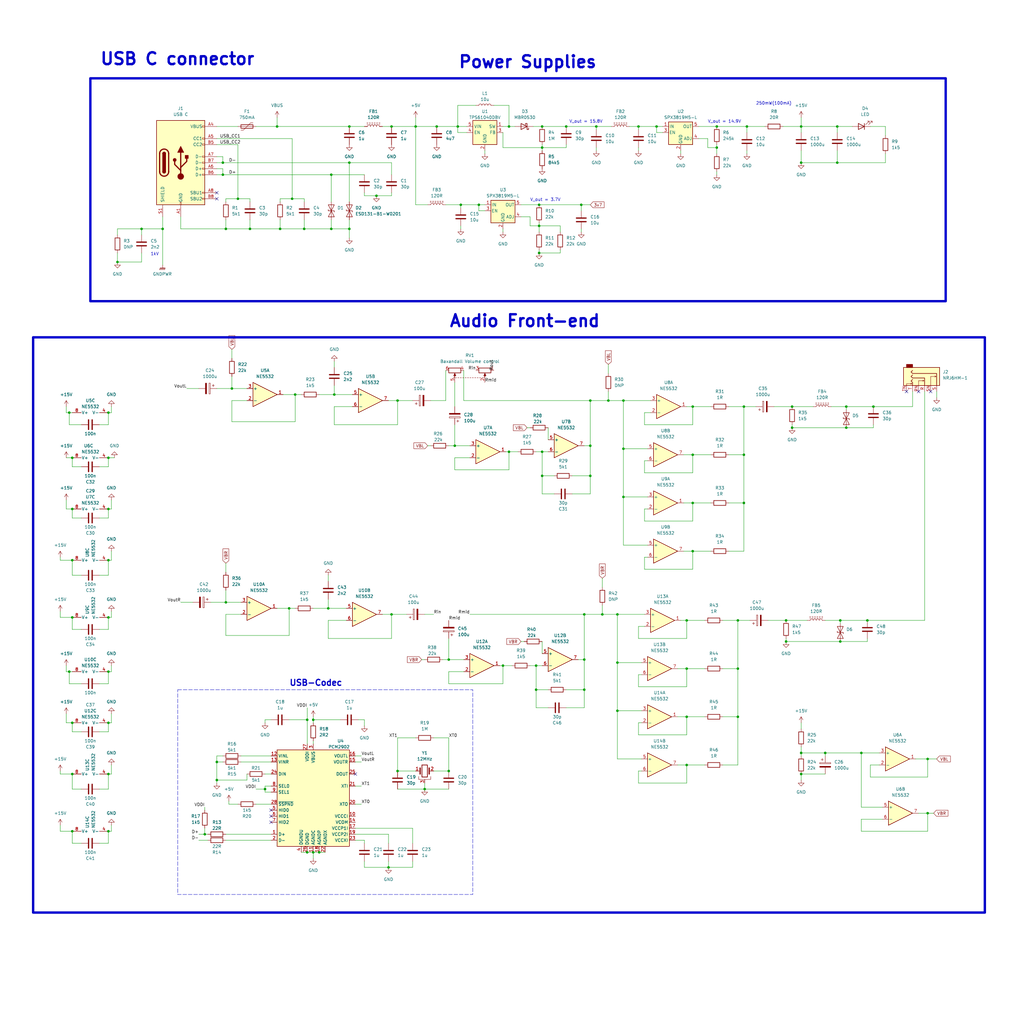
<source format=kicad_sch>
(kicad_sch (version 20230121) (generator eeschema)
  (paper "User" 431.8 431.8)
  (title_block (title "USB-C DAC") (date "2025-03-16") (rev "1.1") (company "Anirudh Madhusudhan"))
  (junction (at 111.76 332.74))
  (junction (at 262.89 168.91))
  (junction (at 184.15 53.34))
  (junction (at 138.43 256.54))
  (junction (at 254 259.08))
  (junction (at 68.58 96.52))
  (junction (at 334.01 171.45))
  (junction (at 139.7 73.66))
  (junction (at 363.22 317.5))
  (junction (at 139.7 96.52))
  (junction (at 132.08 359.41))
  (junction (at 256.54 168.91))
  (junction (at 289.56 322.58))
  (junction (at 311.15 302.26))
  (junction (at 132.08 303.53))
  (junction (at 302.26 53.34))
  (junction (at 337.82 326.39))
  (junction (at 147.32 96.52))
  (junction (at 356.87 180.34))
  (junction (at 227.33 86.36))
  (junction (at 134.62 359.41))
  (junction (at 59.69 96.52))
  (junction (at 97.79 163.83))
  (junction (at 313.69 191.77))
  (junction (at 30.48 193.04))
  (junction (at 292.1 232.41))
  (junction (at 193.04 53.34))
  (junction (at 289.56 261.62))
  (junction (at 337.82 317.5))
  (junction (at 212.09 280.67))
  (junction (at 179.07 332.74))
  (junction (at 95.25 254))
  (junction (at 337.82 53.34))
  (junction (at 276.86 53.34))
  (junction (at 45.72 173.99))
  (junction (at 365.76 261.62))
  (junction (at 30.48 326.39))
  (junction (at 228.6 200.66))
  (junction (at 158.75 82.55))
  (junction (at 245.11 86.36))
  (junction (at 45.72 193.04))
  (junction (at 191.77 187.96))
  (junction (at 347.98 317.5))
  (junction (at 45.72 304.8))
  (junction (at 49.53 110.49))
  (junction (at 292.1 191.77))
  (junction (at 167.64 325.12))
  (junction (at 262.89 189.23))
  (junction (at 45.72 350.52))
  (junction (at 91.44 328.93))
  (junction (at 165.1 259.08))
  (junction (at 194.31 86.36))
  (junction (at 128.27 96.52))
  (junction (at 45.72 326.39))
  (junction (at 201.93 86.36))
  (junction (at 100.33 83.82))
  (junction (at 129.54 303.53))
  (junction (at 368.3 171.45))
  (junction (at 227.33 95.25))
  (junction (at 228.6 62.23))
  (junction (at 302.26 62.23))
  (junction (at 45.72 260.35))
  (junction (at 129.54 359.41))
  (junction (at 124.46 166.37))
  (junction (at 246.38 290.83))
  (junction (at 226.06 290.83))
  (junction (at 262.89 209.55))
  (junction (at 30.48 350.52))
  (junction (at 356.87 171.45))
  (junction (at 121.92 256.54))
  (junction (at 45.72 214.63))
  (junction (at 292.1 212.09))
  (junction (at 147.32 53.34))
  (junction (at 248.92 200.66))
  (junction (at 228.6 190.5))
  (junction (at 260.35 299.72))
  (junction (at 30.48 214.63))
  (junction (at 269.24 53.34))
  (junction (at 189.23 278.13))
  (junction (at 45.72 283.21))
  (junction (at 353.06 68.58))
  (junction (at 391.16 342.9))
  (junction (at 334.01 180.34))
  (junction (at 214.63 190.5))
  (junction (at 353.06 53.34))
  (junction (at 189.23 325.12))
  (junction (at 260.35 259.08))
  (junction (at 246.38 278.13))
  (junction (at 260.35 279.4))
  (junction (at 311.15 261.62))
  (junction (at 289.56 302.26))
  (junction (at 163.83 365.76))
  (junction (at 248.92 168.91))
  (junction (at 167.64 168.91))
  (junction (at 105.41 96.52))
  (junction (at 314.96 53.34))
  (junction (at 95.25 96.52))
  (junction (at 91.44 321.31))
  (junction (at 391.16 320.04))
  (junction (at 30.48 236.22))
  (junction (at 313.69 171.45))
  (junction (at 246.38 259.08))
  (junction (at 251.46 53.34))
  (junction (at 214.63 53.34))
  (junction (at 313.69 212.09))
  (junction (at 140.97 166.37))
  (junction (at 289.56 281.94))
  (junction (at 93.98 68.58))
  (junction (at 331.47 270.51))
  (junction (at 29.21 283.21))
  (junction (at 30.48 260.35))
  (junction (at 227.33 106.68))
  (junction (at 354.33 261.62))
  (junction (at 116.84 53.34))
  (junction (at 228.6 53.34))
  (junction (at 238.76 53.34))
  (junction (at 86.36 351.79))
  (junction (at 248.92 187.96))
  (junction (at 311.15 281.94))
  (junction (at 93.98 73.66))
  (junction (at 331.47 261.62))
  (junction (at 118.11 96.52))
  (junction (at 292.1 171.45))
  (junction (at 175.26 53.34))
  (junction (at 30.48 304.8))
  (junction (at 147.32 68.58))
  (junction (at 226.06 280.67))
  (junction (at 123.19 83.82))
  (junction (at 45.72 236.22))
  (junction (at 165.1 53.34))
  (junction (at 29.21 173.99))
  (junction (at 337.82 68.58))
  (junction (at 354.33 270.51))
  (no_connect (at 114.3 341.63))
  (no_connect (at 91.44 83.82))
  (no_connect (at 387.35 165.1))
  (no_connect (at 382.27 165.1))
  (no_connect (at 392.43 165.1))
  (no_connect (at 149.86 326.39))
  (no_connect (at 91.44 81.28))
  (no_connect (at 114.3 344.17))
  (no_connect (at 114.3 346.71))
  (wire (pts (xy 138.43 256.54) (xy 146.05 256.54)))
  (wire (pts (xy 30.48 242.57) (xy 30.48 236.22)))
  (wire (pts (xy 29.21 173.99) (xy 27.94 173.99)))
  (wire (pts (xy 147.32 68.58) (xy 147.32 85.09)))
  (wire (pts (xy 46.99 171.45) (xy 46.99 173.99)))
  (wire (pts (xy 123.19 83.82) (xy 128.27 83.82)))
  (wire (pts (xy 191.77 179.07) (xy 191.77 187.96)))
  (wire (pts (xy 269.24 269.24) (xy 289.56 269.24)))
  (wire (pts (xy 46.99 214.63) (xy 45.72 214.63)))
  (wire (pts (xy 311.15 281.94) (xy 311.15 261.62)))
  (wire (pts (xy 294.64 53.34) (xy 302.26 53.34)))
  (wire (pts (xy 226.06 280.67) (xy 228.6 280.67)))
  (wire (pts (xy 29.21 288.29) (xy 34.29 288.29)))
  (wire (pts (xy 304.8 281.94) (xy 311.15 281.94)))
  (wire (pts (xy 372.11 345.44) (xy 363.22 345.44)))
  (wire (pts (xy 189.23 269.24) (xy 189.23 278.13)))
  (wire (pts (xy 238.76 62.23) (xy 238.76 60.96)))
  (wire (pts (xy 139.7 73.66) (xy 139.7 85.09)))
  (wire (pts (xy 391.16 350.52) (xy 391.16 342.9)))
  (wire (pts (xy 138.43 252.73) (xy 138.43 256.54)))
  (wire (pts (xy 128.27 96.52) (xy 139.7 96.52)))
  (wire (pts (xy 132.08 302.26) (xy 132.08 303.53)))
  (wire (pts (xy 273.05 194.31) (xy 271.78 194.31)))
  (wire (pts (xy 307.34 232.41) (xy 313.69 232.41)))
  (wire (pts (xy 269.24 284.48) (xy 269.24 289.56)))
  (wire (pts (xy 292.1 232.41) (xy 299.72 232.41)))
  (wire (pts (xy 45.72 179.07) (xy 45.72 173.99)))
  (wire (pts (xy 83.82 351.79) (xy 86.36 351.79)))
  (wire (pts (xy 256.54 168.91) (xy 262.89 168.91)))
  (wire (pts (xy 214.63 198.12) (xy 214.63 190.5)))
  (wire (pts (xy 337.82 317.5) (xy 337.82 318.77)))
  (wire (pts (xy 151.13 303.53) (xy 153.67 303.53)))
  (wire (pts (xy 96.52 337.82) (xy 96.52 339.09)))
  (wire (pts (xy 337.82 53.34) (xy 353.06 53.34)))
  (wire (pts (xy 363.22 350.52) (xy 391.16 350.52)))
  (wire (pts (xy 189.23 311.15) (xy 189.23 325.12)))
  (wire (pts (xy 27.94 300.99) (xy 27.94 304.8)))
  (wire (pts (xy 95.25 248.92) (xy 95.25 254)))
  (wire (pts (xy 271.78 199.39) (xy 292.1 199.39)))
  (wire (pts (xy 86.36 349.25) (xy 86.36 351.79)))
  (wire (pts (xy 111.76 303.53) (xy 114.3 303.53)))
  (wire (pts (xy 95.25 92.71) (xy 95.25 96.52)))
  (wire (pts (xy 334.01 179.07) (xy 334.01 180.34)))
  (wire (pts (xy 228.6 208.28) (xy 228.6 200.66)))
  (wire (pts (xy 45.72 308.61) (xy 45.72 304.8)))
  (wire (pts (xy 365.76 269.24) (xy 365.76 270.51)))
  (wire (pts (xy 273.05 229.87) (xy 262.89 229.87)))
  (wire (pts (xy 105.41 92.71) (xy 105.41 96.52)))
  (wire (pts (xy 387.35 342.9) (xy 391.16 342.9)))
  (wire (pts (xy 25.4 260.35) (xy 30.48 260.35)))
  (wire (pts (xy 180.34 187.96) (xy 181.61 187.96)))
  (wire (pts (xy 314.96 63.5) (xy 314.96 64.77)))
  (wire (pts (xy 30.48 326.39) (xy 25.4 326.39)))
  (wire (pts (xy 30.48 173.99) (xy 29.21 173.99)))
  (wire (pts (xy 140.97 179.07) (xy 167.64 179.07)))
  (wire (pts (xy 292.1 199.39) (xy 292.1 191.77)))
  (wire (pts (xy 326.39 171.45) (xy 334.01 171.45)))
  (wire (pts (xy 132.08 303.53) (xy 143.51 303.53)))
  (wire (pts (xy 213.36 190.5) (xy 214.63 190.5)))
  (wire (pts (xy 187.96 168.91) (xy 187.96 156.21)))
  (wire (pts (xy 195.58 168.91) (xy 248.92 168.91)))
  (wire (pts (xy 246.38 290.83) (xy 246.38 278.13)))
  (wire (pts (xy 313.69 232.41) (xy 313.69 212.09)))
  (wire (pts (xy 149.86 349.25) (xy 173.99 349.25)))
  (wire (pts (xy 91.44 163.83) (xy 97.79 163.83)))
  (wire (pts (xy 331.47 261.62) (xy 340.36 261.62)))
  (wire (pts (xy 175.26 49.53) (xy 175.26 53.34)))
  (wire (pts (xy 208.28 44.45) (xy 214.63 44.45)))
  (wire (pts (xy 95.25 237.49) (xy 95.25 241.3)))
  (wire (pts (xy 163.83 365.76) (xy 163.83 363.22)))
  (wire (pts (xy 101.6 318.77) (xy 114.3 318.77)))
  (wire (pts (xy 111.76 303.53) (xy 111.76 304.8)))
  (wire (pts (xy 384.81 165.1) (xy 384.81 171.45)))
  (wire (pts (xy 30.48 355.6) (xy 30.48 350.52)))
  (wire (pts (xy 260.35 259.08) (xy 271.78 259.08)))
  (wire (pts (xy 34.29 355.6) (xy 30.48 355.6)))
  (wire (pts (xy 214.63 44.45) (xy 214.63 53.34)))
  (wire (pts (xy 186.69 278.13) (xy 189.23 278.13)))
  (wire (pts (xy 353.06 53.34) (xy 353.06 55.88)))
  (wire (pts (xy 86.36 340.36) (xy 86.36 341.63)))
  (wire (pts (xy 167.64 179.07) (xy 167.64 168.91)))
  (wire (pts (xy 287.02 63.5) (xy 287.02 64.77)))
  (wire (pts (xy 270.51 320.04) (xy 260.35 320.04)))
  (wire (pts (xy 91.44 71.12) (xy 93.98 71.12)))
  (wire (pts (xy 251.46 62.23) (xy 251.46 63.5)))
  (wire (pts (xy 391.16 327.66) (xy 391.16 320.04)))
  (wire (pts (xy 238.76 290.83) (xy 246.38 290.83)))
  (wire (pts (xy 46.99 322.58) (xy 46.99 326.39)))
  (wire (pts (xy 91.44 321.31) (xy 91.44 328.93)))
  (wire (pts (xy 34.29 242.57) (xy 30.48 242.57)))
  (wire (pts (xy 173.99 349.25) (xy 173.99 355.6)))
  (wire (pts (xy 210.82 280.67) (xy 212.09 280.67)))
  (wire (pts (xy 289.56 261.62) (xy 297.18 261.62)))
  (wire (pts (xy 175.26 53.34) (xy 175.26 86.36)))
  (wire (pts (xy 271.78 214.63) (xy 271.78 219.71)))
  (wire (pts (xy 91.44 66.04) (xy 93.98 66.04)))
  (wire (pts (xy 248.92 200.66) (xy 248.92 187.96)))
  (wire (pts (xy 198.12 193.04) (xy 191.77 193.04)))
  (wire (pts (xy 45.72 193.04) (xy 48.26 193.04)))
  (wire (pts (xy 201.93 86.36) (xy 204.47 86.36)))
  (wire (pts (xy 25.4 257.81) (xy 25.4 260.35)))
  (wire (pts (xy 30.48 214.63) (xy 30.48 218.44)))
  (wire (pts (xy 34.29 196.85) (xy 30.48 196.85)))
  (wire (pts (xy 41.91 355.6) (xy 45.72 355.6)))
  (wire (pts (xy 107.95 339.09) (xy 114.3 339.09)))
  (wire (pts (xy 149.86 318.77) (xy 152.4 318.77)))
  (wire (pts (xy 46.99 280.67) (xy 46.99 283.21)))
  (wire (pts (xy 68.58 96.52) (xy 68.58 111.76)))
  (wire (pts (xy 269.24 62.23) (xy 269.24 63.5)))
  (wire (pts (xy 331.47 270.51) (xy 354.33 270.51)))
  (wire (pts (xy 101.6 321.31) (xy 114.3 321.31)))
  (wire (pts (xy 105.41 83.82) (xy 105.41 85.09)))
  (wire (pts (xy 147.32 68.58) (xy 165.1 68.58)))
  (wire (pts (xy 313.69 212.09) (xy 313.69 191.77)))
  (wire (pts (xy 121.92 303.53) (xy 129.54 303.53)))
  (wire (pts (xy 350.52 171.45) (xy 356.87 171.45)))
  (wire (pts (xy 251.46 53.34) (xy 257.81 53.34)))
  (wire (pts (xy 30.48 196.85) (xy 30.48 193.04)))
  (wire (pts (xy 298.45 62.23) (xy 302.26 62.23)))
  (wire (pts (xy 49.53 110.49) (xy 59.69 110.49)))
  (wire (pts (xy 311.15 261.62) (xy 316.23 261.62)))
  (wire (pts (xy 311.15 322.58) (xy 311.15 302.26)))
  (wire (pts (xy 147.32 92.71) (xy 147.32 96.52)))
  (wire (pts (xy 46.99 350.52) (xy 45.72 350.52)))
  (wire (pts (xy 292.1 179.07) (xy 292.1 171.45)))
  (wire (pts (xy 189.23 278.13) (xy 195.58 278.13)))
  (wire (pts (xy 269.24 53.34) (xy 269.24 54.61)))
  (wire (pts (xy 29.21 179.07) (xy 34.29 179.07)))
  (wire (pts (xy 246.38 278.13) (xy 243.84 278.13)))
  (wire (pts (xy 195.58 283.21) (xy 189.23 283.21)))
  (wire (pts (xy 116.84 256.54) (xy 121.92 256.54)))
  (wire (pts (xy 76.2 254) (xy 81.28 254)))
  (wire (pts (xy 45.72 218.44) (xy 45.72 214.63)))
  (wire (pts (xy 93.98 73.66) (xy 139.7 73.66)))
  (wire (pts (xy 41.91 196.85) (xy 45.72 196.85)))
  (wire (pts (xy 276.86 55.88) (xy 276.86 53.34)))
  (wire (pts (xy 167.64 332.74) (xy 179.07 332.74)))
  (wire (pts (xy 262.89 168.91) (xy 274.32 168.91)))
  (wire (pts (xy 246.38 259.08) (xy 254 259.08)))
  (wire (pts (xy 167.64 311.15) (xy 167.64 325.12)))
  (wire (pts (xy 292.1 212.09) (xy 288.29 212.09)))
  (wire (pts (xy 256.54 168.91) (xy 256.54 165.1)))
  (wire (pts (xy 241.3 208.28) (xy 248.92 208.28)))
  (wire (pts (xy 191.77 198.12) (xy 214.63 198.12)))
  (wire (pts (xy 45.72 355.6) (xy 45.72 350.52)))
  (wire (pts (xy 212.09 288.29) (xy 212.09 280.67)))
  (wire (pts (xy 260.35 299.72) (xy 260.35 279.4)))
  (wire (pts (xy 337.82 53.34) (xy 337.82 55.88)))
  (wire (pts (xy 104.14 328.93) (xy 91.44 328.93)))
  (wire (pts (xy 93.98 68.58) (xy 147.32 68.58)))
  (wire (pts (xy 95.25 267.97) (xy 121.92 267.97)))
  (wire (pts (xy 93.98 66.04) (xy 93.98 68.58)))
  (wire (pts (xy 204.47 88.9) (xy 201.93 88.9)))
  (wire (pts (xy 118.11 83.82) (xy 123.19 83.82)))
  (wire (pts (xy 27.94 210.82) (xy 27.94 214.63)))
  (wire (pts (xy 292.1 191.77) (xy 299.72 191.77)))
  (wire (pts (xy 307.34 191.77) (xy 313.69 191.77)))
  (wire (pts (xy 30.48 308.61) (xy 34.29 308.61)))
  (wire (pts (xy 149.86 351.79) (xy 163.83 351.79)))
  (wire (pts (xy 68.58 96.52) (xy 68.58 91.44)))
  (wire (pts (xy 97.79 158.75) (xy 97.79 163.83)))
  (wire (pts (xy 254 243.84) (xy 254 247.65)))
  (wire (pts (xy 95.25 259.08) (xy 101.6 259.08)))
  (wire (pts (xy 251.46 54.61) (xy 251.46 53.34)))
  (wire (pts (xy 29.21 283.21) (xy 27.94 283.21)))
  (wire (pts (xy 224.79 53.34) (xy 228.6 53.34)))
  (wire (pts (xy 212.09 280.67) (xy 215.9 280.67)))
  (wire (pts (xy 167.64 325.12) (xy 175.26 325.12)))
  (wire (pts (xy 201.93 88.9) (xy 201.93 86.36)))
  (wire (pts (xy 41.91 332.74) (xy 45.72 332.74)))
  (wire (pts (xy 158.75 82.55) (xy 165.1 82.55)))
  (wire (pts (xy 270.51 325.12) (xy 269.24 325.12)))
  (wire (pts (xy 313.69 171.45) (xy 318.77 171.45)))
  (wire (pts (xy 289.56 302.26) (xy 285.75 302.26)))
  (wire (pts (xy 248.92 208.28) (xy 248.92 200.66)))
  (wire (pts (xy 95.25 83.82) (xy 95.25 85.09)))
  (wire (pts (xy 245.11 88.9) (xy 245.11 86.36)))
  (wire (pts (xy 236.22 106.68) (xy 236.22 105.41)))
  (wire (pts (xy 129.54 298.45) (xy 129.54 303.53)))
  (wire (pts (xy 100.33 83.82) (xy 105.41 83.82)))
  (wire (pts (xy 292.1 212.09) (xy 299.72 212.09)))
  (wire (pts (xy 373.38 53.34) (xy 373.38 57.15)))
  (wire (pts (xy 27.94 283.21) (xy 27.94 280.67)))
  (wire (pts (xy 227.33 105.41) (xy 227.33 106.68)))
  (wire (pts (xy 46.99 347.98) (xy 46.99 350.52)))
  (wire (pts (xy 289.56 289.56) (xy 289.56 281.94)))
  (wire (pts (xy 274.32 173.99) (xy 271.78 173.99)))
  (wire (pts (xy 193.04 53.34) (xy 196.85 53.34)))
  (wire (pts (xy 212.09 96.52) (xy 212.09 97.79)))
  (wire (pts (xy 194.31 95.25) (xy 194.31 96.52)))
  (wire (pts (xy 314.96 55.88) (xy 314.96 53.34)))
  (wire (pts (xy 132.08 359.41) (xy 132.08 361.95)))
  (wire (pts (xy 228.6 53.34) (xy 238.76 53.34)))
  (wire (pts (xy 41.91 308.61) (xy 45.72 308.61)))
  (wire (pts (xy 198.12 259.08) (xy 246.38 259.08)))
  (wire (pts (xy 163.83 365.76) (xy 173.99 365.76)))
  (wire (pts (xy 140.97 166.37) (xy 148.59 166.37)))
  (wire (pts (xy 153.67 365.76) (xy 163.83 365.76)))
  (wire (pts (xy 271.78 234.95) (xy 271.78 240.03)))
  (wire (pts (xy 298.45 58.42) (xy 298.45 62.23)))
  (wire (pts (xy 271.78 173.99) (xy 271.78 179.07)))
  (wire (pts (xy 140.97 171.45) (xy 140.97 179.07)))
  (wire (pts (xy 165.1 259.08) (xy 171.45 259.08)))
  (wire (pts (xy 311.15 261.62) (xy 304.8 261.62)))
  (wire (pts (xy 228.6 200.66) (xy 233.68 200.66)))
  (wire (pts (xy 347.98 317.5) (xy 347.98 318.77)))
  (wire (pts (xy 356.87 171.45) (xy 356.87 172.72)))
  (wire (pts (xy 189.23 288.29) (xy 212.09 288.29)))
  (wire (pts (xy 46.99 300.99) (xy 46.99 304.8)))
  (wire (pts (xy 347.98 261.62) (xy 354.33 261.62)))
  (wire (pts (xy 91.44 60.96) (xy 100.33 60.96)))
  (wire (pts (xy 118.11 92.71) (xy 118.11 96.52)))
  (wire (pts (xy 241.3 200.66) (xy 248.92 200.66)))
  (wire (pts (xy 246.38 259.08) (xy 246.38 278.13)))
  (wire (pts (xy 193.04 44.45) (xy 200.66 44.45)))
  (wire (pts (xy 88.9 254) (xy 95.25 254)))
  (wire (pts (xy 219.71 270.51) (xy 220.98 270.51)))
  (wire (pts (xy 269.24 330.2) (xy 289.56 330.2)))
  (wire (pts (xy 107.95 53.34) (xy 116.84 53.34)))
  (wire (pts (xy 121.92 267.97) (xy 121.92 256.54)))
  (wire (pts (xy 128.27 92.71) (xy 128.27 96.52)))
  (wire (pts (xy 45.72 288.29) (xy 45.72 283.21)))
  (wire (pts (xy 46.99 173.99) (xy 45.72 173.99)))
  (wire (pts (xy 194.31 86.36) (xy 201.93 86.36)))
  (wire (pts (xy 149.86 331.47) (xy 152.4 331.47)))
  (wire (pts (xy 271.78 194.31) (xy 271.78 199.39)))
  (wire (pts (xy 223.52 95.25) (xy 227.33 95.25)))
  (wire (pts (xy 123.19 58.42) (xy 123.19 83.82)))
  (wire (pts (xy 177.8 278.13) (xy 179.07 278.13)))
  (wire (pts (xy 214.63 53.34) (xy 212.09 53.34)))
  (wire (pts (xy 228.6 60.96) (xy 228.6 62.23)))
  (wire (pts (xy 394.97 165.1) (xy 394.97 167.64)))
  (wire (pts (xy 153.67 82.55) (xy 158.75 82.55)))
  (wire (pts (xy 212.09 55.88) (xy 212.09 62.23)))
  (wire (pts (xy 153.67 354.33) (xy 153.67 355.6)))
  (wire (pts (xy 227.33 95.25) (xy 227.33 97.79)))
  (wire (pts (xy 228.6 62.23) (xy 228.6 63.5)))
  (wire (pts (xy 83.82 354.33) (xy 87.63 354.33)))
  (wire (pts (xy 45.72 236.22) (xy 46.99 236.22)))
  (wire (pts (xy 367.03 322.58) (xy 367.03 327.66)))
  (wire (pts (xy 46.99 283.21) (xy 45.72 283.21)))
  (wire (pts (xy 30.48 265.43) (xy 30.48 260.35)))
  (wire (pts (xy 337.82 314.96) (xy 337.82 317.5)))
  (wire (pts (xy 191.77 161.29) (xy 191.77 171.45)))
  (wire (pts (xy 233.68 208.28) (xy 228.6 208.28)))
  (wire (pts (xy 193.04 55.88) (xy 193.04 53.34)))
  (wire (pts (xy 191.77 193.04) (xy 191.77 198.12)))
  (wire (pts (xy 163.83 168.91) (xy 167.64 168.91)))
  (wire (pts (xy 370.84 322.58) (xy 367.03 322.58)))
  (wire (pts (xy 214.63 190.5) (xy 218.44 190.5)))
  (wire (pts (xy 29.21 283.21) (xy 29.21 288.29)))
  (wire (pts (xy 195.58 156.21) (xy 195.58 168.91)))
  (wire (pts (xy 49.53 106.68) (xy 49.53 110.49)))
  (wire (pts (xy 356.87 180.34) (xy 368.3 180.34)))
  (wire (pts (xy 289.56 261.62) (xy 287.02 261.62)))
  (wire (pts (xy 276.86 53.34) (xy 279.4 53.34)))
  (wire (pts (xy 25.4 236.22) (xy 25.4 234.95)))
  (wire (pts (xy 95.25 259.08) (xy 95.25 267.97)))
  (wire (pts (xy 139.7 73.66) (xy 153.67 73.66)))
  (wire (pts (xy 368.3 171.45) (xy 384.81 171.45)))
  (wire (pts (xy 148.59 171.45) (xy 140.97 171.45)))
  (wire (pts (xy 140.97 162.56) (xy 140.97 166.37)))
  (wire (pts (xy 105.41 96.52) (xy 118.11 96.52)))
  (wire (pts (xy 363.22 345.44) (xy 363.22 350.52)))
  (wire (pts (xy 41.91 265.43) (xy 45.72 265.43)))
  (wire (pts (xy 313.69 191.77) (xy 313.69 171.45)))
  (wire (pts (xy 219.71 86.36) (xy 227.33 86.36)))
  (wire (pts (xy 353.06 53.34) (xy 359.41 53.34)))
  (wire (pts (xy 262.89 209.55) (xy 262.89 189.23)))
  (wire (pts (xy 304.8 322.58) (xy 311.15 322.58)))
  (wire (pts (xy 97.79 147.32) (xy 97.79 151.13)))
  (wire (pts (xy 91.44 68.58) (xy 93.98 68.58)))
  (wire (pts (xy 93.98 71.12) (xy 93.98 73.66)))
  (wire (pts (xy 91.44 321.31) (xy 93.98 321.31)))
  (wire (pts (xy 269.24 304.8) (xy 269.24 309.88)))
  (wire (pts (xy 179.07 259.08) (xy 182.88 259.08)))
  (wire (pts (xy 289.56 322.58) (xy 297.18 322.58)))
  (wire (pts (xy 363.22 317.5) (xy 363.22 340.36)))
  (wire (pts (xy 271.78 219.71) (xy 292.1 219.71)))
  (wire (pts (xy 363.22 340.36) (xy 372.11 340.36)))
  (wire (pts (xy 165.1 53.34) (xy 175.26 53.34)))
  (wire (pts (xy 262.89 229.87) (xy 262.89 209.55)))
  (wire (pts (xy 118.11 83.82) (xy 118.11 85.09)))
  (wire (pts (xy 245.11 86.36) (xy 248.92 86.36)))
  (wire (pts (xy 269.24 264.16) (xy 269.24 269.24)))
  (wire (pts (xy 138.43 242.57) (xy 138.43 245.11)))
  (wire (pts (xy 127 359.41) (xy 129.54 359.41)))
  (wire (pts (xy 153.67 81.28) (xy 153.67 82.55)))
  (wire (pts (xy 289.56 269.24) (xy 289.56 261.62)))
  (wire (pts (xy 111.76 332.74) (xy 111.76 334.01)))
  (wire (pts (xy 260.35 320.04) (xy 260.35 299.72)))
  (wire (pts (xy 212.09 62.23) (xy 228.6 62.23)))
  (wire (pts (xy 337.82 68.58) (xy 353.06 68.58)))
  (wire (pts (xy 227.33 106.68) (xy 236.22 106.68)))
  (wire (pts (xy 347.98 326.39) (xy 337.82 326.39)))
  (wire (pts (xy 302.26 62.23) (xy 302.26 64.77)))
  (wire (pts (xy 269.24 309.88) (xy 289.56 309.88)))
  (wire (pts (xy 289.56 309.88) (xy 289.56 302.26)))
  (wire (pts (xy 132.08 359.41) (xy 134.62 359.41)))
  (wire (pts (xy 184.15 53.34) (xy 193.04 53.34)))
  (wire (pts (xy 292.1 191.77) (xy 288.29 191.77)))
  (wire (pts (xy 91.44 328.93) (xy 91.44 330.2)))
  (wire (pts (xy 270.51 299.72) (xy 260.35 299.72)))
  (wire (pts (xy 46.99 210.82) (xy 46.99 214.63)))
  (wire (pts (xy 245.11 86.36) (xy 227.33 86.36)))
  (wire (pts (xy 314.96 53.34) (xy 322.58 53.34)))
  (wire (pts (xy 223.52 280.67) (xy 226.06 280.67)))
  (wire (pts (xy 25.4 347.98) (xy 25.4 350.52)))
  (wire (pts (xy 248.92 168.91) (xy 248.92 187.96)))
  (wire (pts (xy 269.24 325.12) (xy 269.24 330.2)))
  (wire (pts (xy 246.38 298.45) (xy 246.38 290.83)))
  (wire (pts (xy 119.38 166.37) (xy 124.46 166.37)))
  (wire (pts (xy 271.78 264.16) (xy 269.24 264.16)))
  (wire (pts (xy 270.51 284.48) (xy 269.24 284.48)))
  (wire (pts (xy 187.96 86.36) (xy 194.31 86.36)))
  (wire (pts (xy 334.01 180.34) (xy 356.87 180.34)))
  (wire (pts (xy 302.26 72.39) (xy 302.26 73.66)))
  (wire (pts (xy 118.11 96.52) (xy 128.27 96.52)))
  (wire (pts (xy 27.94 304.8) (xy 30.48 304.8)))
  (wire (pts (xy 260.35 279.4) (xy 260.35 259.08)))
  (wire (pts (xy 34.29 332.74) (xy 30.48 332.74)))
  (wire (pts (xy 391.16 320.04) (xy 394.97 320.04)))
  (wire (pts (xy 231.14 180.34) (xy 231.14 185.42)))
  (wire (pts (xy 46.99 257.81) (xy 46.99 260.35)))
  (wire (pts (xy 314.96 53.34) (xy 302.26 53.34)))
  (wire (pts (xy 367.03 327.66) (xy 391.16 327.66)))
  (wire (pts (xy 147.32 53.34) (xy 153.67 53.34)))
  (wire (pts (xy 134.62 166.37) (xy 140.97 166.37)))
  (wire (pts (xy 289.56 281.94) (xy 297.18 281.94)))
  (wire (pts (xy 59.69 106.68) (xy 59.69 110.49)))
  (wire (pts (xy 353.06 68.58) (xy 353.06 63.5)))
  (wire (pts (xy 251.46 53.34) (xy 238.76 53.34)))
  (wire (pts (xy 30.48 236.22) (xy 25.4 236.22)))
  (wire (pts (xy 331.47 269.24) (xy 331.47 270.51)))
  (wire (pts (xy 100.33 60.96) (xy 100.33 83.82)))
  (wire (pts (xy 227.33 95.25) (xy 236.22 95.25)))
  (wire (pts (xy 304.8 302.26) (xy 311.15 302.26)))
  (wire (pts (xy 146.05 261.62) (xy 138.43 261.62)))
  (wire (pts (xy 228.6 190.5) (xy 231.14 190.5)))
  (wire (pts (xy 91.44 73.66) (xy 93.98 73.66)))
  (wire (pts (xy 368.3 179.07) (xy 368.3 180.34)))
  (wire (pts (xy 289.56 302.26) (xy 297.18 302.26)))
  (wire (pts (xy 223.52 91.44) (xy 223.52 95.25)))
  (wire (pts (xy 226.06 190.5) (xy 228.6 190.5)))
  (wire (pts (xy 93.98 318.77) (xy 91.44 318.77)))
  (wire (pts (xy 191.77 187.96) (xy 198.12 187.96)))
  (wire (pts (xy 307.34 212.09) (xy 313.69 212.09)))
  (wire (pts (xy 91.44 318.77) (xy 91.44 321.31)))
  (wire (pts (xy 226.06 298.45) (xy 226.06 290.83)))
  (wire (pts (xy 182.88 325.12) (xy 189.23 325.12)))
  (wire (pts (xy 363.22 317.5) (xy 347.98 317.5)))
  (wire (pts (xy 163.83 351.79) (xy 163.83 355.6)))
  (wire (pts (xy 149.86 354.33) (xy 153.67 354.33)))
  (wire (pts (xy 292.1 232.41) (xy 288.29 232.41)))
  (wire (pts (xy 193.04 53.34) (xy 193.04 44.45)))
  (wire (pts (xy 152.4 339.09) (xy 149.86 339.09)))
  (wire (pts (xy 313.69 171.45) (xy 307.34 171.45)))
  (wire (pts (xy 129.54 359.41) (xy 132.08 359.41)))
  (wire (pts (xy 269.24 289.56) (xy 289.56 289.56)))
  (wire (pts (xy 46.99 304.8) (xy 45.72 304.8)))
  (wire (pts (xy 139.7 96.52) (xy 139.7 92.71)))
  (wire (pts (xy 165.1 68.58) (xy 165.1 73.66)))
  (wire (pts (xy 370.84 317.5) (xy 363.22 317.5)))
  (wire (pts (xy 222.25 180.34) (xy 223.52 180.34)))
  (wire (pts (xy 262.89 189.23) (xy 262.89 168.91)))
  (wire (pts (xy 116.84 53.34) (xy 147.32 53.34)))
  (wire (pts (xy 78.74 163.83) (xy 83.82 163.83)))
  (wire (pts (xy 45.72 265.43) (xy 45.72 260.35)))
  (wire (pts (xy 161.29 53.34) (xy 165.1 53.34)))
  (wire (pts (xy 97.79 168.91) (xy 97.79 177.8)))
  (wire (pts (xy 228.6 200.66) (xy 228.6 190.5)))
  (wire (pts (xy 30.48 304.8) (xy 30.48 308.61)))
  (wire (pts (xy 389.89 261.62) (xy 365.76 261.62)))
  (wire (pts (xy 273.05 209.55) (xy 262.89 209.55)))
  (wire (pts (xy 173.99 365.76) (xy 173.99 363.22)))
  (wire (pts (xy 140.97 152.4) (xy 140.97 154.94)))
  (wire (pts (xy 95.25 96.52) (xy 105.41 96.52)))
  (wire (pts (xy 124.46 177.8) (xy 124.46 166.37)))
  (wire (pts (xy 30.48 283.21) (xy 29.21 283.21)))
  (wire (pts (xy 104.14 328.93) (xy 104.14 326.39)))
  (wire (pts (xy 354.33 270.51) (xy 365.76 270.51)))
  (wire (pts (xy 236.22 95.25) (xy 236.22 97.79)))
  (wire (pts (xy 45.72 326.39) (xy 46.99 326.39)))
  (wire (pts (xy 226.06 290.83) (xy 231.14 290.83)))
  (wire (pts (xy 273.05 189.23) (xy 262.89 189.23)))
  (wire (pts (xy 147.32 96.52) (xy 139.7 96.52)))
  (wire (pts (xy 95.25 254) (xy 101.6 254)))
  (wire (pts (xy 182.88 311.15) (xy 189.23 311.15)))
  (wire (pts (xy 354.33 261.62) (xy 365.76 261.62)))
  (wire (pts (xy 347.98 317.5) (xy 337.82 317.5)))
  (wire (pts (xy 373.38 68.58) (xy 353.06 68.58)))
  (wire (pts (xy 153.67 303.53) (xy 153.67 306.07)))
  (wire (pts (xy 111.76 331.47) (xy 111.76 332.74)))
  (wire (pts (xy 96.52 339.09) (xy 100.33 339.09)))
  (wire (pts (xy 256.54 153.67) (xy 256.54 157.48)))
  (wire (pts (xy 248.92 168.91) (xy 256.54 168.91)))
  (wire (pts (xy 389.89 261.62) (xy 389.89 165.1)))
  (wire (pts (xy 45.72 196.85) (xy 45.72 193.04)))
  (wire (pts (xy 189.23 283.21) (xy 189.23 288.29)))
  (wire (pts (xy 292.1 240.03) (xy 292.1 232.41)))
  (wire (pts (xy 386.08 320.04) (xy 391.16 320.04)))
  (wire (pts (xy 45.72 242.57) (xy 45.72 236.22)))
  (wire (pts (xy 128.27 83.82) (xy 128.27 85.09)))
  (wire (pts (xy 330.2 53.34) (xy 337.82 53.34)))
  (wire (pts (xy 265.43 53.34) (xy 269.24 53.34)))
  (wire (pts (xy 337.82 304.8) (xy 337.82 307.34)))
  (wire (pts (xy 175.26 86.36) (xy 180.34 86.36)))
  (wire (pts (xy 273.05 214.63) (xy 271.78 214.63)))
  (wire (pts (xy 270.51 279.4) (xy 260.35 279.4)))
  (wire (pts (xy 228.6 62.23) (xy 238.76 62.23)))
  (wire (pts (xy 76.2 91.44) (xy 76.2 96.52)))
  (wire (pts (xy 41.91 179.07) (xy 45.72 179.07)))
  (wire (pts (xy 271.78 179.07) (xy 292.1 179.07)))
  (wire (pts (xy 161.29 259.08) (xy 165.1 259.08)))
  (wire (pts (xy 227.33 93.98) (xy 227.33 95.25)))
  (wire (pts (xy 147.32 100.33) (xy 147.32 96.52)))
  (wire (pts (xy 219.71 91.44) (xy 223.52 91.44)))
  (wire (pts (xy 129.54 303.53) (xy 129.54 313.69)))
  (wire (pts (xy 270.51 304.8) (xy 269.24 304.8)))
  (wire (pts (xy 132.08 256.54) (xy 138.43 256.54)))
  (wire (pts (xy 181.61 168.91) (xy 187.96 168.91)))
  (wire (pts (xy 289.56 281.94) (xy 285.75 281.94)))
  (wire (pts (xy 91.44 53.34) (xy 100.33 53.34)))
  (wire (pts (xy 204.47 63.5) (xy 204.47 64.77)))
  (wire (pts (xy 134.62 359.41) (xy 137.16 359.41)))
  (wire (pts (xy 153.67 363.22) (xy 153.67 365.76)))
  (wire (pts (xy 132.08 303.53) (xy 132.08 304.8)))
  (wire (pts (xy 59.69 96.52) (xy 59.69 99.06)))
  (wire (pts (xy 97.79 168.91) (xy 104.14 168.91)))
  (wire (pts (xy 59.69 96.52) (xy 68.58 96.52)))
  (wire (pts (xy 111.76 334.01) (xy 114.3 334.01)))
  (wire (pts (xy 30.48 332.74) (xy 30.48 326.39)))
  (wire (pts (xy 46.99 260.35) (xy 45.72 260.35)))
  (wire (pts (xy 302.26 60.96) (xy 302.26 62.23)))
  (wire (pts (xy 334.01 171.45) (xy 342.9 171.45)))
  (wire (pts (xy 114.3 331.47) (xy 111.76 331.47)))
  (wire (pts (xy 111.76 326.39) (xy 114.3 326.39)))
  (wire (pts (xy 30.48 218.44) (xy 34.29 218.44)))
  (wire (pts (xy 294.64 58.42) (xy 298.45 58.42)))
  (wire (pts (xy 245.11 96.52) (xy 245.11 97.79)))
  (wire (pts (xy 25.4 350.52) (xy 30.48 350.52)))
  (wire (pts (xy 279.4 55.88) (xy 276.86 55.88)))
  (wire (pts (xy 91.44 58.42) (xy 123.19 58.42)))
  (wire (pts (xy 116.84 53.34) (xy 116.84 49.53)))
  (wire (pts (xy 196.85 55.88) (xy 193.04 55.88)))
  (wire (pts (xy 289.56 322.58) (xy 285.75 322.58)))
  (wire (pts (xy 189.23 187.96) (xy 191.77 187.96)))
  (wire (pts (xy 149.86 321.31) (xy 152.4 321.31)))
  (wire (pts (xy 292.1 171.45) (xy 289.56 171.45)))
  (wire (pts (xy 254 259.08) (xy 260.35 259.08)))
  (wire (pts (xy 45.72 332.74) (xy 45.72 326.39)))
  (wire (pts (xy 179.07 332.74) (xy 189.23 332.74)))
  (wire (pts (xy 27.94 214.63) (xy 30.48 214.63)))
  (wire (pts (xy 95.25 351.79) (xy 114.3 351.79)))
  (wire (pts (xy 138.43 269.24) (xy 165.1 269.24)))
  (wire (pts (xy 97.79 163.83) (xy 104.14 163.83)))
  (wire (pts (xy 179.07 330.2) (xy 179.07 332.74)))
  (wire (pts (xy 165.1 269.24) (xy 165.1 259.08)))
  (wire (pts (xy 238.76 298.45) (xy 246.38 298.45)))
  (wire (pts (xy 337.82 326.39) (xy 337.82 328.93)))
  (wire (pts (xy 214.63 53.34) (xy 217.17 53.34)))
  (wire (pts (xy 86.36 351.79) (xy 87.63 351.79)))
  (wire (pts (xy 289.56 330.2) (xy 289.56 322.58)))
  (wire (pts (xy 41.91 288.29) (xy 45.72 288.29)))
  (wire (pts (xy 76.2 96.52) (xy 95.25 96.52)))
  (wire (pts (xy 311.15 302.26) (xy 311.15 281.94)))
  (wire (pts (xy 25.4 326.39) (xy 25.4 325.12)))
  (wire (pts (xy 41.91 218.44) (xy 45.72 218.44)))
  (wire (pts (xy 269.24 53.34) (xy 276.86 53.34)))
  (wire (pts (xy 373.38 64.77) (xy 373.38 68.58)))
  (wire (pts (xy 27.94 173.99) (xy 27.94 171.45)))
  (wire (pts (xy 254 259.08) (xy 254 255.27)))
  (wire (pts (xy 27.94 193.04) (xy 30.48 193.04)))
  (wire (pts (xy 49.53 96.52) (xy 49.53 99.06)))
  (wire (pts (xy 271.78 240.03) (xy 292.1 240.03)))
  (wire (pts (xy 323.85 261.62) (xy 331.47 261.62)))
  (wire (pts (xy 29.21 173.99) (xy 29.21 179.07)))
  (wire (pts (xy 107.95 332.74) (xy 111.76 332.74)))
  (wire (pts (xy 248.92 187.96) (xy 246.38 187.96)))
  (wire (pts (xy 34.29 265.43) (xy 30.48 265.43)))
  (wire (pts (xy 132.08 312.42) (xy 132.08 313.69)))
  (wire (pts (xy 354.33 261.62) (xy 354.33 262.89)))
  (wire (pts (xy 337.82 49.53) (xy 337.82 53.34)))
  (wire (pts (xy 367.03 53.34) (xy 373.38 53.34)))
  (wire (pts (xy 228.6 270.51) (xy 228.6 275.59)))
  (wire (pts (xy 95.25 83.82) (xy 100.33 83.82)))
  (wire (pts (xy 124.46 166.37) (xy 127 166.37)))
  (wire (pts (xy 292.1 219.71) (xy 292.1 212.09)))
  (wire (pts (xy 41.91 242.57) (xy 45.72 242.57)))
  (wire (pts (xy 59.69 96.52) (xy 49.53 96.52)))
  (wire (pts (xy 95.25 354.33) (xy 114.3 354.33)))
  (wire (pts (xy 165.1 81.28) (xy 165.1 82.55)))
  (wire (pts (xy 121.92 256.54) (xy 124.46 256.54)))
  (wire (pts (xy 138.43 261.62) (xy 138.43 269.24)))
  (wire (pts (xy 273.05 234.95) (xy 271.78 234.95)))
  (wire (pts (xy 356.87 171.45) (xy 368.3 171.45)))
  (wire (pts (xy 231.14 298.45) (xy 226.06 298.45)))
  (wire (pts (xy 292.1 171.45) (xy 299.72 171.45)))
  (wire (pts (xy 391.16 342.9) (xy 393.7 342.9)))
  (wire (pts (xy 194.31 86.36) (xy 194.31 87.63)))
  (wire (pts (xy 337.82 63.5) (xy 337.82 68.58)))
  (wire (pts (xy 46.99 232.41) (xy 46.99 236.22)))
  (wire (pts (xy 167.64 168.91) (xy 173.99 168.91)))
  (wire (pts (xy 175.26 311.15) (xy 167.64 311.15)))
  (wire (pts (xy 226.06 290.83) (xy 226.06 280.67)))
  (wire (pts (xy 175.26 53.34) (xy 184.15 53.34)))
  (wire (pts (xy 97.79 177.8) (xy 124.46 177.8)))
  (rectangle (start 74.93 290.83) (end 199.39 377.19) (stroke (width 0) (type dash)))
  (rectangle (start 13.97 142.24) (end 415.29 384.81) (stroke (width 1)))
  (rectangle (start 38.1 33.02) (end 398.78 127) (stroke (width 1)))
  (text "V_out = 3.7V\n" (at 223.52 85.09 0) (effects (font (size 1.27 1.27)) (justify left bottom)))
  (text "Power Supplies" (at 193.04 29.21 0) (effects (font (size 5 5) (thickness 1) bold) (justify left bottom)))
  (text "V_out = 14.9V\n" (at 298.45 52.07 0) (effects (font (size 1.27 1.27)) (justify left bottom)))
  (text "1kV" (at 63.5 107.95 0) (effects (font (size 1.27 1.27)) (justify left bottom)))
  (text "250mW(100mA)" (at 318.77 44.45 0) (effects (font (size 1.27 1.27)) (justify left bottom)))
  (text "Audio Front-end" (at 189.23 138.43 0) (effects (font (size 5 5) bold) (justify left bottom)))
  (text "USB-Codec\n" (at 121.92 289.56 0) (effects (font (size 2.5 2.5) bold) (justify left bottom)))
  (text "USB C connector" (at 41.91 27.94 0) (effects (font (size 5 5) (thickness 1) bold) (justify left bottom)))
  (text "V_out = 15.8V\n" (at 240.03 52.07 0) (effects (font (size 1.27 1.27)) (justify left bottom)))
  (label "VDDI" (at 107.95 332.74 180))
  (label "USB_CC2" (at 92.71 60.96 0))
  (label "XT0" (at 152.4 339.09 0))
  (label "Rmid" (at 204.47 161.29 0))
  (label "Rout" (at 208.28 156.21 90))
  (label "Rmid" (at 198.12 259.08 180))
  (label "VoutR" (at 76.2 254 180))
  (label "D-" (at 83.82 354.33 180))
  (label "USB_CC1" (at 92.71 58.42 0))
  (label "Rin" (at 182.88 259.08 0))
  (label "VoutL" (at 78.74 163.83 180))
  (label "VoutL" (at 152.4 318.77 0))
  (label "VoutR" (at 152.4 321.31 0))
  (label "VDDI" (at 86.36 340.36 180))
  (label "XT1" (at 152.4 331.47 0))
  (label "Rin" (at 200.66 156.21 180))
  (label "D+" (at 83.82 351.79 180))
  (label "Rmid" (at 189.23 261.62 0))
  (label "D+" (at 96.52 73.66 0))
  (label "D-" (at 96.52 68.58 0))
  (label "VDDI" (at 129.54 298.45 180))
  (label "XT0" (at 189.23 311.15 0))
  (label "XT1" (at 167.64 311.15 180))
  (global_label "VBR" (shape input) (at 177.8 278.13 180) (property "Intersheetrefs" "${INTERSHEET_REFS}" (effects hide)))
  (global_label "VBL" (shape input) (at 394.97 320.04 0) (property "Intersheetrefs" "${INTERSHEET_REFS}" (effects hide)))
  (global_label "VBL" (shape input) (at 222.25 180.34 180) (property "Intersheetrefs" "${INTERSHEET_REFS}" (effects hide)))
  (global_label "VBL" (shape input) (at 180.34 187.96 180) (property "Intersheetrefs" "${INTERSHEET_REFS}" (effects hide)))
  (global_label "VBR" (shape input) (at 254 243.84 90) (property "Intersheetrefs" "${INTERSHEET_REFS}" (effects hide)))
  (global_label "VBR" (shape input) (at 95.25 237.49 90) (property "Intersheetrefs" "${INTERSHEET_REFS}" (effects hide)))
  (global_label "VBR" (shape input) (at 219.71 270.51 180) (property "Intersheetrefs" "${INTERSHEET_REFS}" (effects hide)))
  (global_label "VBL" (shape input) (at 256.54 153.67 90) (property "Intersheetrefs" "${INTERSHEET_REFS}" (effects hide)))
  (global_label "3v7" (shape input) (at 248.92 86.36 0) (property "Intersheetrefs" "${INTERSHEET_REFS}" (effects hide)))
  (global_label "VBR" (shape input) (at 393.7 342.9 0) (property "Intersheetrefs" "${INTERSHEET_REFS}" (effects hide)))
  (global_label "VBL" (shape input) (at 97.79 147.32 90) (property "Intersheetrefs" "${INTERSHEET_REFS}" (effects hide)))
  (symbol (lib_id "power:GND") (at 394.97 167.64 0) (unit 1)
    (property "Reference" "#PWR045" (effects hide))
    (property "Value" "GND" (at 394.97 172.72 0))
  )
  (symbol (lib_id "Device:R") (at 118.11 88.9 0) (unit 1)
    (property "Reference" "R2" (at 120.65 87.63 0) (effects (justify left)))
    (property "Value" "5k1" (at 120.65 90.17 0) (effects (justify left)))
  )
  (symbol (lib_id "Device:R") (at 224.79 270.51 90) (unit 1)
    (property "Reference" "R40" (at 226.06 265.43 90) (effects (justify left)))
    (property "Value" "22k" (at 226.06 267.97 90) (effects (justify left)))
  )
  (symbol (lib_id "Device:C") (at 184.15 57.15 0) (unit 1)
    (property "Reference" "C8" (at 187.96 55.88 0) (effects (justify left)))
    (property "Value" "4u7" (at 187.96 58.42 0) (effects (justify left)))
  )
  (symbol (lib_id "Device:R") (at 227.33 180.34 90) (unit 1)
    (property "Reference" "R28" (at 228.6 175.26 90) (effects (justify left)))
    (property "Value" "22k" (at 228.6 177.8 90) (effects (justify left)))
  )
  (symbol (lib_id "Device:R") (at 300.99 281.94 90) (unit 1)
    (property "Reference" "R44" (at 300.99 275.59 90))
    (property "Value" "1R" (at 300.99 278.13 90))
  )
  (symbol (lib_id "Device:C") (at 153.67 359.41 0) (unit 1)
    (property "Reference" "C21" (at 157.48 358.14 0) (effects (justify left)))
    (property "Value" "1u" (at 157.48 360.68 0) (effects (justify left)))
  )
  (symbol (lib_id "Device:R") (at 337.82 311.15 0) (unit 1)
    (property "Reference" "R25" (at 340.36 309.88 0) (effects (justify left)))
    (property "Value" "22k" (at 340.36 312.42 0) (effects (justify left)))
  )
  (symbol (lib_id "power:GND") (at 163.83 365.76 0) (unit 1)
    (property "Reference" "#PWR028" (effects hide))
    (property "Value" "GND" (at 163.83 370.84 0))
  )
  (symbol (lib_id "Device:C") (at 38.1 242.57 90) (unit 1)
    (property "Reference" "C33" (at 38.1 248.92 90))
    (property "Value" "100n" (at 38.1 246.38 90))
  )
  (symbol (lib_id "Device:R") (at 302.26 57.15 0) (unit 1)
    (property "Reference" "R6" (at 304.8 55.88 0) (effects (justify left)))
    (property "Value" "245k" (at 304.8 58.42 0) (effects (justify left)))
  )
  (symbol (lib_id "Audio:PCM2902") (at 132.08 336.55 0) (unit 1)
    (property "Reference" "U4" (at 142.24 312.42 0) (effects (justify left)))
    (property "Value" "PCM2902" (at 138.43 314.96 0) (effects (justify left)))
    (property "Footprint" "Package_SO:SSOP-28_5.3x10.2mm_P0.65mm" (effects hide))
    (property "Datasheet" "http://www.ti.com/lit/ds/symlink/pcm2902c.pdf" (effects hide))
  )
  (symbol (lib_id "power:GND") (at 251.46 63.5 0) (unit 1)
    (property "Reference" "#PWR012" (effects hide))
    (property "Value" "GND" (at 251.46 68.58 0))
  )
  (symbol (lib_id "Device:C") (at 353.06 59.69 0) (unit 1)
    (property "Reference" "C14" (at 356.87 58.42 0) (effects (justify left)))
    (property "Value" "1000u" (at 356.87 60.96 0) (effects (justify left)))
  )
  (symbol (lib_id "power:GND") (at 46.99 280.67 180) (unit 1)
    (property "Reference" "#PWR051" (effects hide))
    (property "Value" "GND" (at 46.99 275.59 0))
  )
  (symbol (lib_id "power:GND") (at 46.99 322.58 180) (unit 1)
    (property "Reference" "#PWR053" (effects hide))
    (property "Value" "GND" (at 46.99 317.5 0))
  )
  (symbol (lib_id "power:+15V") (at 25.4 257.81 0) (unit 1)
    (property "Reference" "#PWR041" (effects hide))
    (property "Value" "+15V" (at 25.4 252.73 0))
  )
  (symbol (lib_id "Device:R") (at 95.25 88.9 0) (unit 1)
    (property "Reference" "R1" (at 97.79 87.63 0) (effects (justify left)))
    (property "Value" "5k1" (at 97.79 90.17 0) (effects (justify left)))
  )
  (symbol (lib_id "power:GND") (at 46.99 257.81 180) (unit 1)
    (property "Reference" "#PWR043" (effects hide))
    (property "Value" "GND" (at 46.99 252.73 0))
  )
  (symbol (lib_id "power:GND") (at 147.32 60.96 0) (unit 1)
    (property "Reference" "#PWR06" (effects hide))
    (property "Value" "GND" (at 147.32 66.04 0))
  )
  (symbol (lib_id "power:GND") (at 245.11 97.79 0) (unit 1)
    (property "Reference" "#PWR022" (effects hide))
    (property "Value" "GND" (at 245.11 102.87 0))
  )
  (symbol (lib_id "power:GND") (at 269.24 63.5 0) (unit 1)
    (property "Reference" "#PWR015" (effects hide))
    (property "Value" "GND" (at 269.24 68.58 0))
  )
  (symbol (lib_id "power:+5V") (at 96.52 337.82 0) (unit 1)
    (property "Reference" "#PWR030" (effects hide))
    (property "Value" "+5V" (at 96.52 332.74 0))
  )
  (symbol (lib_id "Amplifier_Operational:NE5532") (at 379.73 342.9 0) (unit 2)
    (property "Reference" "U6" (at 379.73 332.74 0))
    (property "Value" "NE5532" (at 379.73 335.28 0))
    (property "Datasheet" "http://www.ti.com/lit/ds/symlink/ne5532.pdf" (effects hide))
  )
  (symbol (lib_id "Device:C") (at 365.76 265.43 0) (unit 1)
    (property "Reference" "C48" (at 369.57 264.16 0) (effects (justify left)))
    (property "Value" "30p" (at 369.57 266.7 0) (effects (justify left)))
  )
  (symbol (lib_id "Device:R") (at 236.22 101.6 0) (unit 1)
    (property "Reference" "R12" (at 238.76 100.33 0) (effects (justify left)))
    (property "Value" "22k" (at 238.76 102.87 0) (effects (justify left)))
  )
  (symbol (lib_id "Device:C_Polarized") (at 85.09 254 270) (unit 1)
    (property "Reference" "C42" (at 85.979 246.38 90))
    (property "Value" "1000u" (at 85.979 248.92 90))
  )
  (symbol (lib_id "Amplifier_Operational:NE5532") (at 278.13 322.58 0) (unit 2)
    (property "Reference" "U14" (at 278.13 312.42 0))
    (property "Value" "NE5532" (at 278.13 314.96 0))
    (property "Datasheet" "http://www.ti.com/lit/ds/symlink/ne5532.pdf" (effects hide))
  )
  (symbol (lib_id "Device:C_Polarized") (at 189.23 265.43 180) (unit 1)
    (property "Reference" "C45" (at 193.04 265.049 0) (effects (justify right)))
    (property "Value" "100u" (at 193.04 267.589 0) (effects (justify right)))
  )
  (symbol (lib_id "Device:C") (at 38.1 288.29 90) (unit 1)
    (property "Reference" "C37" (at 38.1 297.18 90))
    (property "Value" "100n" (at 38.1 292.1 90))
  )
  (symbol (lib_id "Device:C") (at 314.96 59.69 0) (unit 1)
    (property "Reference" "C12" (at 318.77 58.42 0) (effects (justify left)))
    (property "Value" "10u" (at 318.77 60.96 0) (effects (justify left)))
  )
  (symbol (lib_id "Amplifier_Operational:NE5532") (at 38.1 212.09 90) (unit 3)
    (property "Reference" "U7" (at 38.1 209.55 90))
    (property "Value" "NE5532" (at 38.1 212.09 90))
    (property "Datasheet" "http://www.ti.com/lit/ds/symlink/ne5532.pdf" (effects hide))
  )
  (symbol (lib_id "Device:C") (at 269.24 58.42 0) (unit 1)
    (property "Reference" "C11" (at 273.05 57.15 0) (effects (justify left)))
    (property "Value" "10u" (at 273.05 59.69 0) (effects (justify left)))
  )
  (symbol (lib_id "Amplifier_Operational:NE5532") (at 238.76 187.96 0) (unit 2)
    (property "Reference" "U7" (at 238.76 177.8 0))
    (property "Value" "NE5532" (at 238.76 180.34 0))
    (property "Datasheet" "http://www.ti.com/lit/ds/symlink/ne5532.pdf" (effects hide))
  )
  (symbol (lib_id "Device:Polyfuse") (at 104.14 53.34 90) (unit 1)
    (property "Reference" "F1" (at 104.14 46.99 90))
    (property "Value" "750mA" (at 104.14 49.53 90))
  )
  (symbol (lib_id "Device:C_Polarized") (at 175.26 259.08 90) (unit 1)
    (property "Reference" "C44" (at 174.371 251.46 90))
    (property "Value" "100u" (at 174.371 254 90))
  )
  (symbol (lib_id "Device:C") (at 59.69 102.87 0) (unit 1)
    (property "Reference" "C5" (at 63.5 101.6 0) (effects (justify left)))
    (property "Value" "2n2" (at 63.5 104.14 0) (effects (justify left)))
  )
  (symbol (lib_id "power:+15V") (at 337.82 304.8 0) (unit 1)
    (property "Reference" "#PWR033" (effects hide))
    (property "Value" "+15V" (at 337.82 299.72 0))
  )
  (symbol (lib_id "Device:R") (at 97.79 321.31 270) (unit 1)
    (property "Reference" "R15" (at 97.79 326.39 90))
    (property "Value" "5k1" (at 97.79 323.85 90))
  )
  (symbol (lib_id "Device:R") (at 237.49 200.66 90) (unit 1)
    (property "Reference" "R29" (at 237.49 194.31 90))
    (property "Value" "5k1" (at 237.49 196.85 90))
  )
  (symbol (lib_id "Device:C") (at 118.11 303.53 90) (unit 1)
    (property "Reference" "C18" (at 118.11 295.91 90))
    (property "Value" "1u" (at 118.11 298.45 90))
  )
  (symbol (lib_id "Device:C") (at 38.1 179.07 90) (unit 1)
    (property "Reference" "C29" (at 38.1 207.01 90))
    (property "Value" "100n" (at 38.1 182.88 90))
  )
  (symbol (lib_id "Device:R") (at 227.33 90.17 0) (unit 1)
    (property "Reference" "R10" (at 229.87 88.9 0) (effects (justify left)))
    (property "Value" "22k" (at 229.87 91.44 0) (effects (justify left)))
  )
  (symbol (lib_id "Regulator_Linear:SPX3819M5-L") (at 212.09 88.9 0) (unit 1)
    (property "Reference" "U3" (at 212.09 80.01 0))
    (property "Value" "SPX3819M5-L" (at 212.09 82.55 0))
    (property "Footprint" "Package_TO_SOT_SMD:SOT-23-5" (effects hide))
    (property "Datasheet" "https://www.exar.com/content/document.ashx?id=22106&languageid=1033&type=Datasheet&partnumber=SPX3819&filename=SPX3819.pdf&part=SPX3819" (effects hide))
  )
  (symbol (lib_id "power:GND") (at 204.47 64.77 0) (unit 1)
    (property "Reference" "#PWR010" (effects hide))
    (property "Value" "GND" (at 204.47 69.85 0))
  )
  (symbol (lib_id "power:GND") (at 184.15 60.96 0) (unit 1)
    (property "Reference" "#PWR08" (effects hide))
    (property "Value" "GND" (at 184.15 66.04 0))
  )
  (symbol (lib_id "Device:C_Polarized") (at 320.04 261.62 90) (unit 1)
    (property "Reference" "C47" (at 319.151 254 90))
    (property "Value" "1000u" (at 319.151 256.54 90))
  )
  (symbol (lib_id "power:+15V") (at 25.4 347.98 0) (unit 1)
    (property "Reference" "#PWR047" (effects hide))
    (property "Value" "+15V" (at 25.4 342.9 0))
  )
  (symbol (lib_id "Device:R") (at 182.88 278.13 90) (unit 1)
    (property "Reference" "R38" (at 184.15 273.05 90) (effects (justify left)))
    (property "Value" "22k" (at 184.15 275.59 90) (effects (justify left)))
  )
  (symbol (lib_id "Device:R") (at 303.53 191.77 90) (unit 1)
    (property "Reference" "R32" (at 303.53 185.42 90))
    (property "Value" "1R" (at 303.53 187.96 90))
  )
  (symbol (lib_id "power:GND") (at 212.09 97.79 0) (unit 1)
    (property "Reference" "#PWR020" (effects hide))
    (property "Value" "GND" (at 212.09 102.87 0))
  )
  (symbol (lib_id "Device:C") (at 38.1 196.85 90) (unit 1)
    (property "Reference" "C32" (at 38.1 203.2 90))
    (property "Value" "100n" (at 38.1 200.66 90))
  )
  (symbol (lib_id "Device:C") (at 105.41 88.9 0) (unit 1)
    (property "Reference" "C3" (at 109.22 87.63 0) (effects (justify left)))
    (property "Value" "30p" (at 109.22 90.17 0) (effects (justify left)))
  )
  (symbol (lib_id "Device:C") (at 368.3 175.26 0) (unit 1)
    (property "Reference" "C36" (at 372.11 173.99 0) (effects (justify left)))
    (property "Value" "30p" (at 372.11 176.53 0) (effects (justify left)))
  )
  (symbol (lib_id "Device:C") (at 337.82 59.69 0) (unit 1)
    (property "Reference" "C13" (at 341.63 58.42 0) (effects (justify left)))
    (property "Value" "1000u" (at 341.63 60.96 0) (effects (justify left)))
  )
  (symbol (lib_id "Device:C") (at 237.49 208.28 90) (unit 1)
    (property "Reference" "C31" (at 237.49 214.63 90))
    (property "Value" "30p" (at 237.49 212.09 90))
  )
  (symbol (lib_id "power:GND") (at 228.6 71.12 0) (unit 1)
    (property "Reference" "#PWR011" (effects hide))
    (property "Value" "GND" (at 228.6 76.2 0))
  )
  (symbol (lib_id "Device:C_Polarized") (at 322.58 171.45 90) (unit 1)
    (property "Reference" "C35" (at 321.691 163.83 90))
    (property "Value" "1000u" (at 321.691 166.37 90))
  )
  (symbol (lib_id "Device:R") (at 219.71 280.67 90) (unit 1)
    (property "Reference" "R39" (at 219.71 274.32 90))
    (property "Value" "1k5" (at 219.71 276.86 90))
  )
  (symbol (lib_id "Device:R") (at 337.82 322.58 0) (unit 1)
    (property "Reference" "R24" (at 340.36 321.31 0) (effects (justify left)))
    (property "Value" "22k" (at 340.36 323.85 0) (effects (justify left)))
  )
  (symbol (lib_id "Device:L_Ferrite") (at 261.62 53.34 90) (unit 1)
    (property "Reference" "FB2" (at 261.62 46.99 90))
    (property "Value" "120R" (at 261.62 49.53 90))
  )
  (symbol (lib_id "Device:C") (at 163.83 359.41 0) (unit 1)
    (property "Reference" "C22" (at 167.64 358.14 0) (effects (justify left)))
    (property "Value" "1u" (at 167.64 360.68 0) (effects (justify left)))
  )
  (symbol (lib_id "Amplifier_Operational:NE5532") (at 280.67 232.41 0) (unit 2)
    (property "Reference" "U9" (at 280.67 222.25 0))
    (property "Value" "NE5532" (at 280.67 224.79 0))
    (property "Datasheet" "http://www.ti.com/lit/ds/symlink/ne5532.pdf" (effects hide))
  )
  (symbol (lib_id "Device:R") (at 128.27 256.54 90) (unit 1)
    (property "Reference" "R37" (at 128.27 250.19 90))
    (property "Value" "1k5" (at 128.27 252.73 90))
  )
  (symbol (lib_id "power:+15V") (at 27.94 300.99 0) (unit 1)
    (property "Reference" "#PWR050" (effects hide))
    (property "Value" "+15V" (at 27.94 295.91 0))
  )
  (symbol (lib_id "power:+15V") (at 27.94 171.45 0) (unit 1)
    (property "Reference" "#PWR036" (effects hide))
    (property "Value" "+15V" (at 27.94 166.37 0))
  )
  (symbol (lib_id "Device:L_Ferrite") (at 346.71 171.45 90) (unit 1)
    (property "Reference" "FB4" (at 346.71 165.1 90))
    (property "Value" "120R" (at 346.71 167.64 90))
  )
  (symbol (lib_id "Device:R") (at 303.53 171.45 90) (unit 1)
    (property "Reference" "R31" (at 303.53 165.1 90))
    (property "Value" "1R" (at 303.53 167.64 90))
  )
  (symbol (lib_id "Device:R") (at 228.6 67.31 0) (unit 1)
    (property "Reference" "R5" (at 231.14 66.04 0) (effects (justify left)))
    (property "Value" "84k5" (at 231.14 68.58 0) (effects (justify left)))
  )
  (symbol (lib_id "Device:C") (at 238.76 57.15 0) (unit 1)
    (property "Reference" "C9" (at 242.57 55.88 0) (effects (justify left)))
    (property "Value" "30p" (at 242.57 58.42 0) (effects (justify left)))
  )
  (symbol (lib_id "power:GND") (at 46.99 347.98 180) (unit 1)
    (property "Reference" "#PWR054" (effects hide))
    (property "Value" "GND" (at 46.99 342.9 0))
  )
  (symbol (lib_id "Amplifier_Operational:NE5532") (at 205.74 190.5 0) (unit 1)
    (property "Reference" "U7" (at 205.74 180.34 0))
    (property "Value" "NE5532" (at 205.74 182.88 0))
    (property "Datasheet" "http://www.ti.com/lit/ds/symlink/ne5532.pdf" (effects hide))
  )
  (symbol (lib_id "Device:R") (at 130.81 166.37 90) (unit 1)
    (property "Reference" "R23" (at 130.81 160.02 90))
    (property "Value" "1k5" (at 130.81 162.56 90))
  )
  (symbol (lib_id "Device:L_Ferrite") (at 157.48 53.34 90) (unit 1)
    (property "Reference" "FB1" (at 157.48 46.99 90))
    (property "Value" "120R" (at 157.48 49.53 90))
  )
  (symbol (lib_id "Amplifier_Operational:NE5532") (at 38.1 323.85 90) (unit 3)
    (property "Reference" "U13" (at 36.83 325.12 0) (effects (justify left)))
    (property "Value" "NE5532" (at 39.37 325.12 0) (effects (justify left)))
    (property "Datasheet" "http://www.ti.com/lit/ds/symlink/ne5532.pdf" (effects hide))
  )
  (symbol (lib_id "power:GND") (at 337.82 68.58 0) (unit 1)
    (property "Reference" "#PWR018" (effects hide))
    (property "Value" "GND" (at 337.82 73.66 0))
  )
  (symbol (lib_id "Device:C") (at 38.1 355.6 90) (unit 1)
    (property "Reference" "C41" (at 38.1 361.95 90))
    (property "Value" "100n" (at 38.1 359.41 90))
  )
  (symbol (lib_id "Device:R") (at 222.25 190.5 90) (unit 1)
    (property "Reference" "R27" (at 222.25 184.15 90))
    (property "Value" "1k5" (at 222.25 186.69 90))
  )
  (symbol (lib_id "Device:R") (at 303.53 232.41 90) (unit 1)
    (property "Reference" "R34" (at 303.53 226.06 90))
    (property "Value" "1R" (at 303.53 228.6 90))
  )
  (symbol (lib_id "power:GND") (at 147.32 100.33 0) (unit 1)
    (property "Reference" "#PWR03" (effects hide))
    (property "Value" "GND" (at 147.32 105.41 0))
  )
  (symbol (lib_id "Amplifier_Operational:NE5532") (at 378.46 320.04 0) (unit 1)
    (property "Reference" "U6" (at 378.46 309.88 0))
    (property "Value" "NE5532" (at 378.46 312.42 0))
    (property "Datasheet" "http://www.ti.com/lit/ds/symlink/ne5532.pdf" (effects hide))
  )
  (symbol (lib_id "Device:R") (at 91.44 351.79 270) (unit 1)
    (property "Reference" "R13" (at 91.44 346.71 90))
    (property "Value" "22R" (at 91.44 349.25 90))
  )
  (symbol (lib_id "power:GNDPWR") (at 68.58 111.76 0) (unit 1)
    (property "Reference" "#PWR05" (effects hide))
    (property "Value" "GNDPWR" (at 68.453 115.57 0))
  )
  (symbol (lib_id "power:+5V") (at 132.08 302.26 0) (unit 1)
    (property "Reference" "#PWR026" (effects hide))
    (property "Value" "+5V" (at 132.08 297.18 0))
  )
  (symbol (lib_id "Device:Crystal_GND3") (at 179.07 325.12 0) (unit 1)
    (property "Reference" "Y1" (at 179.07 317.5 0))
    (property "Value" "12MHz" (at 179.07 320.04 0))
  )
  (symbol (lib_id "Device:R") (at 302.26 68.58 0) (unit 1)
    (property "Reference" "R7" (at 304.8 67.31 0) (effects (justify left)))
    (property "Value" "22k" (at 304.8 69.85 0) (effects (justify left)))
  )
  (symbol (lib_id "Device:C") (at 251.46 58.42 0) (unit 1)
    (property "Reference" "C10" (at 255.27 57.15 0) (effects (justify left)))
    (property "Value" "10u" (at 255.27 59.69 0) (effects (justify left)))
  )
  (symbol (lib_id "Diode:MBR0530") (at 220.98 53.34 180) (unit 1)
    (property "Reference" "D3" (at 221.2975 46.99 0))
    (property "Value" "MBR0530" (at 221.2975 49.53 0))
    (property "Footprint" "Diode_SMD:D_SOD-123" (effects hide))
    (property "Datasheet" "http://www.mccsemi.com/up_pdf/MBR0520~MBR0580(SOD123).pdf" (effects hide))
  )
  (symbol (lib_id "Device:C") (at 245.11 92.71 0) (unit 1)
    (property "Reference" "C16" (at 248.92 91.44 0) (effects (justify left)))
    (property "Value" "10u" (at 248.92 93.98 0) (effects (justify left)))
  )
  (symbol (lib_id "power:GND") (at 46.99 232.41 180) (unit 1)
    (property "Reference" "#PWR042" (effects hide))
    (property "Value" "GND" (at 46.99 227.33 0))
  )
  (symbol (lib_id "power:GND") (at 46.99 300.99 180) (unit 1)
    (property "Reference" "#PWR052" (effects hide))
    (property "Value" "GND" (at 46.99 295.91 0))
  )
  (symbol (lib_id "power:GND") (at 331.47 270.51 0) (unit 1)
    (property "Reference" "#PWR057" (effects hide))
    (property "Value" "GND" (at 331.47 275.59 0))
  )
  (symbol (lib_id "Device:R") (at 334.01 175.26 180) (unit 1)
    (property "Reference" "R35" (at 336.55 173.99 0) (effects (justify right)))
    (property "Value" "1k5" (at 336.55 176.53 0) (effects (justify right)))
  )
  (symbol (lib_id "Device:R") (at 256.54 161.29 0) (unit 1)
    (property "Reference" "R30" (at 259.08 160.02 0) (effects (justify left)))
    (property "Value" "DNP" (at 259.08 162.56 0) (effects (justify left)))
  )
  (symbol (lib_id "Amplifier_Operational:NE5532") (at 109.22 256.54 0) (unit 1)
    (property "Reference" "U10" (at 109.22 246.38 0))
    (property "Value" "NE5532" (at 109.22 248.92 0))
    (property "Datasheet" "http://www.ti.com/lit/ds/symlink/ne5532.pdf" (effects hide))
  )
  (symbol (lib_id "power:+15V") (at 27.94 210.82 0) (unit 1)
    (property "Reference" "#PWR038" (effects hide))
    (property "Value" "+15V" (at 27.94 205.74 0))
  )
  (symbol (lib_id "power:GND") (at 132.08 361.95 0) (unit 1)
    (property "Reference" "#PWR024" (effects hide))
    (property "Value" "GND" (at 132.08 367.03 0))
  )
  (symbol (lib_id "Amplifier_Operational:NE5532") (at 203.2 280.67 0) (unit 1)
    (property "Reference" "U12" (at 203.2 270.51 0))
    (property "Value" "NE5532" (at 203.2 273.05 0))
    (property "Datasheet" "http://www.ti.com/lit/ds/symlink/ne5532.pdf" (effects hide))
  )
  (symbol (lib_id "Device:C_Polarized") (at 191.77 175.26 180) (unit 1)
    (property "Reference" "C28" (at 195.58 174.879 0) (effects (justify right)))
    (property "Value" "100u" (at 195.58 177.419 0) (effects (justify right)))
  )
  (symbol (lib_id "power:GND") (at 48.26 193.04 180) (unit 1)
    (property "Reference" "#PWR035" (effects hide))
    (property "Value" "GND" (at 48.26 187.96 0))
  )
  (symbol (lib_id "power:GND") (at 334.01 180.34 0) (unit 1)
    (property "Reference" "#PWR044" (effects hide))
    (property "Value" "GND" (at 334.01 185.42 0))
  )
  (symbol (lib_id "Diode:ESD131-B1-W0201") (at 139.7 88.9 90) (unit 1)
    (property "Reference" "D1" (at 142.24 87.63 90) (effects (justify right)))
    (property "Value" "ESD131-B1-W0201" (effects hide))
    (property "Footprint" "Diode_SMD:D_SOD-923" (effects hide))
    (property "Datasheet" "https://www.infineon.com/dgdl/Infineon-ESD131-B1-W0201-DataSheet-v02_00-EN.pdf?fileId=5546d4625cc9456a015ce94850964889" (effects hide))
  )
  (symbol (lib_id "Connector_Audio:NRJ6HM-1") (at 389.89 160.02 270) (unit 1)
    (property "Reference" "J2" (at 397.51 156.845 90) (effects (justify left)))
    (property "Value" "NRJ6HM-1" (at 397.51 159.385 90) (effects (justify left)))
    (property "Footprint" "Connector_Audio:Jack_6.35mm_Neutrik_NMJ6HFD2_Horizontal" (effects hide))
    (property "Datasheet" "https://www.neutrik.com/en/product/nrj6hm-1" (effects hide))
  )
  (symbol (lib_id "Amplifier_Operational:NE5532") (at 156.21 168.91 0) (unit 2)
    (property "Reference" "U5" (at 156.21 158.75 0))
    (property "Value" "NE5532" (at 156.21 161.29 0))
    (property "Datasheet" "http://www.ti.com/lit/ds/symlink/ne5532.pdf" (effects hide))
  )
  (symbol (lib_id "power:+15V") (at 25.4 325.12 0) (unit 1)
    (property "Reference" "#PWR046" (effects hide))
    (property "Value" "+15V" (at 25.4 320.04 0))
  )
  (symbol (lib_id "power:+15V") (at 27.94 193.04 0) (unit 1)
    (property "Reference" "#PWR034" (effects hide))
    (property "Value" "+15V" (at 27.94 187.96 0))
  )
  (symbol (lib_id "Device:C") (at 138.43 248.92 0) (unit 1)
    (property "Reference" "C43" (at 142.24 247.65 0) (effects (justify left)))
    (property "Value" "2n2" (at 142.24 250.19 0) (effects (justify left)))
  )
  (symbol (lib_id "Amplifier_Operational:NE5532") (at 38.1 280.67 90) (unit 3)
    (property "Reference" "U10" (at 38.1 278.13 90))
    (property "Value" "NE5532" (at 38.1 280.67 90))
    (property "Datasheet" "http://www.ti.com/lit/ds/symlink/ne5532.pdf" (effects hide))
  )
  (symbol (lib_id "Device:C") (at 38.1 332.74 90) (unit 1)
    (property "Reference" "C40" (at 38.1 339.09 90))
    (property "Value" "100n" (at 38.1 336.55 90))
  )
  (symbol (lib_id "Device:R") (at 107.95 326.39 270) (unit 1)
    (property "Reference" "R21" (at 107.95 323.85 90))
    (property "Value" "5k1" (at 107.95 328.93 90))
  )
  (symbol (lib_id "Amplifier_Operational:NE5532") (at 38.1 302.26 90) (unit 3)
    (property "Reference" "U12" (at 38.1 299.72 90))
    (property "Value" "NE5532" (at 38.1 302.26 90))
    (property "Datasheet" "http://www.ti.com/lit/ds/symlink/ne5532.pdf" (effects hide))
  )
  (symbol (lib_id "Device:C") (at 38.1 265.43 90) (unit 1)
    (property "Reference" "C34" (at 38.1 271.78 90))
    (property "Value" "100n" (at 38.1 269.24 90))
  )
  (symbol (lib_id "Device:R") (at 104.14 339.09 90) (unit 1)
    (property "Reference" "R20" (at 104.14 344.17 90))
    (property "Value" "1k5" (at 104.14 341.63 90))
  )
  (symbol (lib_id "Amplifier_Operational:NE5532") (at 38.1 233.68 90) (unit 3)
    (property "Reference" "U8" (at 36.83 234.95 0) (effects (justify left)))
    (property "Value" "NE5532" (at 39.37 234.95 0) (effects (justify left)))
    (property "Datasheet" "http://www.ti.com/lit/ds/symlink/ne5532.pdf" (effects hide))
  )
  (symbol (lib_id "Device:C") (at 128.27 88.9 0) (unit 1)
    (property "Reference" "C4" (at 132.08 87.63 0) (effects (justify left)))
    (property "Value" "30p" (at 132.08 90.17 0) (effects (justify left)))
  )
  (symbol (lib_id "power:GND") (at 91.44 330.2 0) (unit 1)
    (property "Reference" "#PWR023" (effects hide))
    (property "Value" "GND" (at 91.44 335.28 0))
  )
  (symbol (lib_id "Device:L_Ferrite") (at 184.15 86.36 90) (unit 1)
    (property "Reference" "FB3" (at 184.15 80.01 90))
    (property "Value" "120R" (at 184.15 82.55 90))
  )
  (symbol (lib_id "Device:R") (at 49.53 102.87 0) (unit 1)
    (property "Reference" "R3" (at 52.07 101.6 0) (effects (justify left)))
    (property "Value" "DNP" (at 52.07 104.14 0) (effects (justify left)))
  )
  (symbol (lib_id "power:GND") (at 138.43 242.57 180) (unit 1)
    (property "Reference" "#PWR056" (effects hide))
    (property "Value" "GND" (at 138.43 237.49 0))
  )
  (symbol (lib_id "Amplifier_Operational:NE5532") (at 38.1 171.45 90) (unit 3)
    (property "Reference" "U5" (at 38.1 168.91 90))
    (property "Value" "NE5532" (at 38.1 171.45 90))
    (property "Datasheet" "http://www.ti.com/lit/ds/symlink/ne5532.pdf" (effects hide))
  )
  (symbol (lib_id "Device:R") (at 132.08 308.61 0) (unit 1)
    (property "Reference" "R18" (at 134.62 307.34 0) (effects (justify left)))
    (property "Value" "2R2" (at 134.62 309.88 0) (effects (justify left)))
  )
  (symbol (lib_id "Diode:ESD131-B1-W0201") (at 354.33 266.7 90) (unit 1)
    (property "Reference" "D6" (at 356.87 265.43 90) (effects (justify right)))
    (property "Value" "ESD131-B1-W0201" (effects hide))
    (property "Footprint" "Diode_SMD:D_SOD-923" (effects hide))
    (property "Datasheet" "https://www.infineon.com/dgdl/Infineon-ESD131-B1-W0201-DataSheet-v02_00-EN.pdf?fileId=5546d4625cc9456a015ce94850964889" (effects hide))
  )
  (symbol (lib_id "power:+15V") (at 337.82 49.53 0) (unit 1)
    (property "Reference" "#PWR017" (effects hide))
    (property "Value" "+15V" (at 337.82 44.45 0))
  )
  (symbol (lib_id "Device:R") (at 179.07 311.15 90) (unit 1)
    (property "Reference" "R19" (at 179.07 304.8 90))
    (property "Value" "1M" (at 179.07 307.34 90))
  )
  (symbol (lib_id "Device:R") (at 97.79 318.77 90) (unit 1)
    (property "Reference" "R16" (at 97.79 313.69 90))
    (property "Value" "5k1" (at 97.79 316.23 90))
  )
  (symbol (lib_id "Amplifier_Operational:NE5532") (at 111.76 166.37 0) (unit 1)
    (property "Reference" "U5" (at 111.76 156.21 0))
    (property "Value" "NE5532" (at 111.76 158.75 0))
    (property "Datasheet" "http://www.ti.com/lit/ds/symlink/ne5532.pdf" (effects hide))
  )
  (symbol (lib_id "Amplifier_Operational:NE5532") (at 153.67 259.08 0) (unit 2)
    (property "Reference" "U10" (at 153.67 248.92 0))
    (property "Value" "NE5532" (at 153.67 251.46 0))
    (property "Datasheet" "http://www.ti.com/lit/ds/symlink/ne5532.pdf" (effects hide))
  )
  (symbol (lib_id "Amplifier_Operational:NE5532") (at 38.1 257.81 90) (unit 3)
    (property "Reference" "U9" (at 36.83 259.08 0) (effects (justify left)))
    (property "Value" "NE5532" (at 39.37 259.08 0) (effects (justify left)))
    (property "Datasheet" "http://www.ti.com/lit/ds/symlink/ne5532.pdf" (effects hide))
  )
  (symbol (lib_id "Amplifier_Operational:NE5532") (at 38.1 190.5 90) (unit 3)
    (property "Reference" "U6" (at 39.37 187.96 90) (effects (justify left)))
    (property "Value" "NE5532" (at 41.91 190.5 90) (effects (justify left)))
    (property "Datasheet" "http://www.ti.com/lit/ds/symlink/ne5532.pdf" (effects hide))
  )
  (symbol (lib_id "Device:R") (at 326.39 53.34 90) (unit 1)
    (property "Reference" "R8" (at 326.39 46.99 90))
    (property "Value" "20R" (at 326.39 49.53 90))
  )
  (symbol (lib_id "Regulator_Switching:TPS61040DBV") (at 204.47 55.88 0) (unit 1)
    (property "Reference" "U1" (at 204.47 46.99 0))
    (property "Value" "TPS61040DBV" (at 204.47 49.53 0))
    (property "Footprint" "Package_TO_SOT_SMD:SOT-23-5" (effects hide))
    (property "Datasheet" "http://www.ti.com/lit/ds/symlink/tps61040.pdf" (effects hide))
  )
  (symbol (lib_id "Device:C") (at 165.1 77.47 0) (unit 1)
    (property "Reference" "C1" (at 168.91 76.2 0) (effects (justify left)))
    (property "Value" "30p" (at 168.91 78.74 0) (effects (justify left)))
  )
  (symbol (lib_id "Device:C") (at 38.1 308.61 90) (unit 1)
    (property "Reference" "C39" (at 38.1 314.96 90))
    (property "Value" "100n" (at 38.1 312.42 90))
  )
  (symbol (lib_id "Device:L") (at 204.47 44.45 90) (unit 1)
    (property "Reference" "L1" (at 204.47 39.37 90))
    (property "Value" "10u" (at 204.47 41.91 90))
  )
  (symbol (lib_id "Device:C_Polarized") (at 177.8 168.91 90) (unit 1)
    (property "Reference" "C27" (at 176.911 161.29 90))
    (property "Value" "100u" (at 176.911 163.83 90))
  )
  (symbol (lib_id "Device:C") (at 167.64 328.93 0) (unit 1)
    (property "Reference" "C19" (at 171.45 327.66 0) (effects (justify left)))
    (property "Value" "30p" (at 171.45 330.2 0) (effects (justify left)))
  )
  (symbol (lib_id "power:GND") (at 153.67 306.07 0) (unit 1)
    (property "Reference" "#PWR029" (effects hide))
    (property "Value" "GND" (at 153.67 311.15 0))
  )
  (symbol (lib_id "Amplifier_Operational:NE5532") (at 279.4 261.62 0) (unit 1)
    (property "Reference" "U13" (at 279.4 251.46 0))
    (property "Value" "NE5532" (at 279.4 254 0))
    (property "Datasheet" "http://www.ti.com/lit/ds/symlink/ne5532.pdf" (effects hide))
  )
  (symbol (lib_id "Device:R") (at 228.6 57.15 0) (unit 1)
    (property "Reference" "R4" (at 231.14 55.88 0) (effects (justify left)))
    (property "Value" "1M" (at 231.14 58.42 0) (effects (justify left)))
  )
  (symbol (lib_id "Device:LED") (at 363.22 53.34 180) (unit 1)
    (property "Reference" "D4" (at 364.8075 45.72 0))
    (property "Value" "LED" (at 364.8075 48.26 0))
  )
  (symbol (lib_id "Amplifier_Operational:NE5532") (at 278.13 302.26 0) (unit 1)
    (property "Reference" "U14" (at 278.13 292.1 0))
    (property "Value" "NE5532" (at 278.13 294.64 0))
    (property "Datasheet" "http://www.ti.com/lit/ds/symlink/ne5532.pdf" (effects hide))
  )
  (symbol (lib_id "Device:R") (at 95.25 245.11 0) (unit 1)
    (property "Reference" "R36" (at 97.79 243.84 0) (effects (justify left)))
    (property "Value" "22k" (at 97.79 246.38 0) (effects (justify left)))
  )
  (symbol (lib_id "Device:C_Polarized") (at 87.63 163.83 270) (unit 1)
    (property "Reference" "C24" (at 88.519 156.21 90))
    (property "Value" "1000u" (at 88.519 158.75 90))
  )
  (symbol (lib_id "Device:R") (at 303.53 212.09 90) (unit 1)
    (property "Reference" "R33" (at 303.53 205.74 90))
    (property "Value" "1R" (at 303.53 208.28 90))
  )
  (symbol (lib_id "power:GND") (at 227.33 106.68 0) (unit 1)
    (property "Reference" "#PWR021" (effects hide))
    (property "Value" "GND" (at 227.33 111.76 0))
  )
  (symbol (lib_id "Device:R") (at 185.42 187.96 90) (unit 1)
    (property "Reference" "R26" (at 186.69 182.88 90) (effects (justify left)))
    (property "Value" "22k" (at 186.69 185.42 90) (effects (justify left)))
  )
  (symbol (lib_id "Device:C") (at 38.1 218.44 90) (unit 1)
    (property "Reference" "C30" (at 38.1 224.79 90))
    (property "Value" "100n" (at 38.1 222.25 90))
  )
  (symbol (lib_id "Device:C") (at 140.97 158.75 0) (unit 1)
    (property "Reference" "C25" (at 144.78 157.48 0) (effects (justify left)))
    (property "Value" "2n2" (at 144.78 160.02 0) (effects (justify left)))
  )
  (symbol (lib_id "power:GND") (at 179.07 332.74 0) (unit 1)
    (property "Reference" "#PWR027" (effects hide))
    (property "Value" "GND" (at 179.07 337.82 0))
  )
  (symbol (lib_id "power:GND") (at 111.76 304.8 0) (unit 1)
    (property "Reference" "#PWR025" (effects hide))
    (property "Value" "GND" (at 111.76 309.88 0))
  )
  (symbol (lib_id "Device:R") (at 254 251.46 0) (unit 1)
    (property "Reference" "R42" (at 256.54 250.19 0) (effects (justify left)))
    (property "Value" "DNP" (at 256.54 252.73 0) (effects (justify left)))
  )
  (symbol (lib_id "power:GND") (at 287.02 64.77 0) (unit 1)
    (property "Reference" "#PWR014" (effects hide))
    (property "Value" "GND" (at 287.02 69.85 0))
  )
  (symbol (lib_id "Device:R") (at 86.36 345.44 0) (unit 1)
    (property "Reference" "R17" (at 82.55 344.17 0))
    (property "Value" "1k5" (at 82.55 346.71 0))
  )
  (symbol (lib_id "Amplifier_Operational:NE5532") (at 38.1 347.98 90) (unit 3)
    (property "Reference" "U14" (at 36.83 349.25 0) (effects (justify left)))
    (property "Value" "NE5532" (at 39.37 349.25 0) (effects (justify left)))
    (property "Datasheet" "http://www.ti.com/lit/ds/symlink/ne5532.pdf" (effects hide))
  )
  (symbol (lib_id "Device:R") (at 300.99 302.26 90) (unit 1)
    (property "Reference" "R45" (at 300.99 295.91 90))
    (property "Value" "1R" (at 300.99 298.45 90))
  )
  (symbol (lib_id "Device:C") (at 234.95 298.45 90) (unit 1)
    (property "Reference" "C46" (at 234.95 304.8 90))
    (property "Value" "30p" (at 234.95 302.26 90))
  )
  (symbol (lib_id "Device:R") (at 227.33 101.6 0) (unit 1)
    (property "Reference" "R11" (at 229.87 100.33 0) (effects (justify left)))
    (property "Value" "22k" (at 229.87 102.87 0) (effects (justify left)))
  )
  (symbol (lib_id "power:GND") (at 314.96 64.77 0) (unit 1)
    (property "Reference" "#PWR016" (effects hide))
    (property "Value" "GND" (at 314.96 69.85 0))
  )
  (symbol (lib_id "Device:R") (at 373.38 60.96 0) (unit 1)
    (property "Reference" "R9" (at 375.92 59.69 0) (effects (justify left)))
    (property "Value" "1k5" (at 375.92 62.23 0) (effects (justify left)))
  )
  (symbol (lib_id "Diode:ESD131-B1-W0201") (at 356.87 176.53 90) (unit 1)
    (property "Reference" "D5" (at 359.41 175.26 90) (effects (justify right)))
    (property "Value" "ESD131-B1-W0201" (effects hide))
    (property "Footprint" "Diode_SMD:D_SOD-923" (effects hide))
    (property "Datasheet" "https://www.infineon.com/dgdl/Infineon-ESD131-B1-W0201-DataSheet-v02_00-EN.pdf?fileId=5546d4625cc9456a015ce94850964889" (effects hide))
  )
  (symbol (lib_id "Device:C") (at 147.32 303.53 90) (unit 1)
    (property "Reference" "C17" (at 147.32 295.91 90))
    (property "Value" "1u" (at 147.32 298.45 90))
  )
  (symbol (lib_id "power:GND") (at 194.31 96.52 0) (unit 1)
    (property "Reference" "#PWR019" (effects hide))
    (property "Value" "GND" (at 194.31 101.6 0))
  )
  (symbol (lib_id "Device:C") (at 189.23 328.93 0) (unit 1)
    (property "Reference" "C20" (at 193.04 327.66 0) (effects (justify left)))
    (property "Value" "30p" (at 193.04 330.2 0) (effects (justify left)))
  )
  (symbol (lib_id "Device:C") (at 147.32 57.15 0) (unit 1)
    (property "Reference" "C6" (at 151.13 55.88 0) (effects (justify left)))
    (property "Value" "1u" (at 151.13 58.42 0) (effects (justify left)))
  )
  (symbol (lib_id "Amplifier_Operational:NE5532") (at 278.13 281.94 0) (unit 2)
    (property "Reference" "U13" (at 278.13 271.78 0))
    (property "Value" "NE5532" (at 278.13 274.32 0))
    (property "Datasheet" "http://www.ti.com/lit/ds/symlink/ne5532.pdf" (effects hide))
  )
  (symbol (lib_id "Device:R") (at 300.99 322.58 90) (unit 1)
    (property "Reference" "R46" (at 300.99 316.23 90))
    (property "Value" "1R" (at 300.99 318.77 90))
  )
  (symbol (lib_id "power:GND") (at 165.1 60.96 0) (unit 1)
    (property "Reference" "#PWR07" (effects hide))
    (property "Value" "GND" (at 165.1 66.04 0))
  )
  (symbol (lib_id "Device:R_Potentiometer_Dual") (at 198.12 158.75 180) (unit 1)
    (property "Reference" "RV1" (at 198.12 149.86 0))
    (property "Value" "Baxandall Volume control" (at 198.12 152.4 0))
  )
  (symbol (lib_id "power:GND") (at 337.82 328.93 0) (unit 1)
    (property "Reference" "#PWR032" (effects hide))
    (property "Value" "GND" (at 337.82 334.01 0))
  )
  (symbol (lib_id "Device:R") (at 331.47 265.43 180) (unit 1)
    (property "Reference" "R47" (at 334.01 264.16 0) (effects (justify right)))
    (property "Value" "1k5" (at 334.01 266.7 0) (effects (justify right)))
  )
  (symbol (lib_id "Amplifier_Operational:NE5532") (at 236.22 278.13 0) (unit 2)
    (property "Reference" "U12" (at 236.22 267.97 0))
    (property "Value" "NE5532" (at 236.22 270.51 0))
    (property "Datasheet" "http://www.ti.com/lit/ds/symlink/ne5532.pdf" (effects hide))
  )
  (symbol (lib_id "Amplifier_Operational:NE5532") (at 280.67 212.09 0) (unit 1)
    (property "Reference" "U9" (at 280.67 201.93 0))
    (property "Value" "NE5532" (at 280.67 204.47 0))
    (property "Datasheet" "http://www.ti.com/lit/ds/symlink/ne5532.pdf" (effects hide))
  )
  (symbol (lib_id "power:+5V") (at 175.26 49.53 0) (unit 1)
    (property "Reference" "#PWR09" (effects hide))
    (property "Value" "+5V" (at 175.26 44.45 0))
  )
  (symbol (lib_id "Device:C") (at 173.99 359.41 0) (unit 1)
    (property "Reference" "C23" (at 177.8 358.14 0) (effects (justify left)))
    (property "Value" "1u" (at 177.8 360.68 0) (effects (justify left)))
  )
  (symbol (lib_id "Device:R") (at 97.79 154.94 0) (unit 1)
    (property "Reference" "R22" (at 100.33 153.67 0) (effects (justify left)))
    (property "Value" "22k" (at 100.33 156.21 0) (effects (justify left)))
  )
  (symbol (lib_id "power:GND") (at 46.99 171.45 180) (unit 1)
    (property "Reference" "#PWR037" (effects hide))
    (property "Value" "GND" (at 46.99 166.37 0))
  )
  (symbol (lib_id "Device:R") (at 91.44 354.33 270) (unit 1)
    (property "Reference" "R14" (at 91.44 359.41 90))
    (property "Value" "22R" (at 91.44 356.87 90))
  )
  (symbol (lib_id "Diode:ESD131-B1-W0201") (at 147.32 88.9 90) (unit 1)
    (property "Reference" "D2" (at 149.86 87.63 90) (effects (justify right)))
    (property "Value" "ESD131-B1-W0201" (at 149.86 90.17 90) (effects (justify right)))
    (property "Footprint" "Diode_SMD:D_SOD-923" (effects hide))
    (property "Datasheet" "https://www.infineon.com/dgdl/Infineon-ESD131-B1-W0201-DataSheet-v02_00-EN.pdf?fileId=5546d4625cc9456a015ce94850964889" (effects hide))
  )
  (symbol (lib_id "power:GND") (at 49.53 110.49 0) (unit 1)
    (property "Reference" "#PWR04" (effects hide))
    (property "Value" "GND" (at 49.53 115.57 0))
  )
  (symbol (lib_id "Amplifier_Operational:NE5532") (at 281.94 171.45 0) (unit 1)
    (property "Reference" "U8" (at 281.94 161.29 0))
    (property "Value" "NE5532" (at 281.94 163.83 0))
    (property "Datasheet" "http://www.ti.com/lit/ds/symlink/ne5532.pdf" (effects hide))
  )
  (symbol (lib_id "power:VBUS") (at 116.84 49.53 0) (unit 1)
    (property "Reference" "#PWR01" (effects hide))
    (property "Value" "VBUS" (at 116.84 44.45 0))
  )
  (symbol (lib_id "power:+15V") (at 25.4 234.95 0) (unit 1)
    (property "Reference" "#PWR040" (effects hide))
    (property "Value" "+15V" (at 25.4 229.87 0))
  )
  (symbol (lib_id "Device:C") (at 153.67 77.47 0) (unit 1)
    (property "Reference" "C2" (at 157.48 76.2 0) (effects (justify left)))
    (property "Value" "30p" (at 157.48 78.74 0) (effects (justify left)))
  )
  (symbol (lib_id "power:GND") (at 140.97 152.4 180) (unit 1)
    (property "Reference" "#PWR031" (effects hide))
    (property "Value" "GND" (at 140.97 147.32 0))
  )
  (symbol (lib_id "Device:L_Ferrite") (at 344.17 261.62 90) (unit 1)
    (property "Reference" "FB5" (at 344.17 255.27 90))
    (property "Value" "120R" (at 344.17 257.81 90))
  )
  (symbol (lib_id "Device:R") (at 234.95 290.83 90) (unit 1)
    (property "Reference" "R41" (at 234.95 284.48 90))
    (property "Value" "5k1" (at 234.95 287.02 90))
  )
  (symbol (lib_id "Device:C_Polarized") (at 347.98 322.58 0) (unit 1)
    (property "Reference" "C26" (at 351.79 321.31 0) (effects (justify left)))
    (property "Value" "1000u" (at 351.79 323.85 0) (effects (justify left)))
  )
  (symbol (lib_id "power:GND") (at 158.75 82.55 0) (unit 1)
    (property "Reference" "#PWR02" (effects hide))
    (property "Value" "GND" (at 158.75 87.63 0))
  )
  (symbol (lib_id "Regulator_Linear:SPX3819M5-L") (at 287.02 55.88 0) (unit 1)
    (property "Reference" "U2" (at 287.02 46.99 0))
    (property "Value" "SPX3819M5-L" (at 287.02 49.53 0))
    (property "Footprint" "Package_TO_SOT_SMD:SOT-23-5" (effects hide))
    (property "Datasheet" "https://www.exar.com/content/document.ashx?id=22106&languageid=1033&type=Datasheet&partnumber=SPX3819&filename=SPX3819.pdf&part=SPX3819" (effects hide))
  )
  (symbol (lib_id "power:+15V") (at 27.94 280.67 0) (unit 1)
    (property "Reference" "#PWR048" (effects hide))
    (property "Value" "+15V" (at 27.94 275.59 0))
  )
  (symbol (lib_id "power:GND") (at 46.99 210.82 180) (unit 1)
    (property "Reference" "#PWR039" (effects hide))
    (property "Value" "GND" (at 46.99 205.74 0))
  )
  (symbol (lib_id "Connector:USB_C_Receptacle_USB2.0_16P") (at 76.2 68.58 0) (unit 1)
    (property "Reference" "J1" (at 76.2 45.72 0))
    (property "Value" "USB C" (at 76.2 48.26 0))
    (property "Footprint" "Connector_USB:USB_C_Receptacle_GCT_USB4105-xx-A_16P_TopMnt_Horizontal" (effects hide))
    (property "Datasheet" "https://www.usb.org/sites/default/files/documents/usb_type-c.zip" (effects hide))
  )
  (symbol (lib_id "Device:R") (at 300.99 261.62 90) (unit 1)
    (property "Reference" "R43" (at 300.99 255.27 90))
    (property "Value" "1R" (at 300.99 257.81 90))
  )
  (symbol (lib_id "power:GND") (at 302.26 73.66 0) (unit 1)
    (property "Reference" "#PWR013" (effects hide))
    (property "Value" "GND" (at 302.26 78.74 0))
  )
  (symbol (lib_id "Device:C") (at 165.1 57.15 0) (unit 1)
    (property "Reference" "C7" (at 168.91 55.88 0) (effects (justify left)))
    (property "Value" "1u" (at 168.91 58.42 0) (effects (justify left)))
  )
  (symbol (lib_id "Device:C") (at 194.31 91.44 0) (unit 1)
    (property "Reference" "C15" (at 198.12 90.17 0) (effects (justify left)))
    (property "Value" "10u" (at 198.12 92.71 0) (effects (justify left)))
  )
  (symbol (lib_id "Amplifier_Operational:NE5532") (at 280.67 191.77 0) (unit 2)
    (property "Reference" "U8" (at 280.67 181.61 0))
    (property "Value" "NE5532" (at 280.67 184.15 0))
    (property "Datasheet" "http://www.ti.com/lit/ds/symlink/ne5532.pdf" (effects hide))
  )
)
</source>
